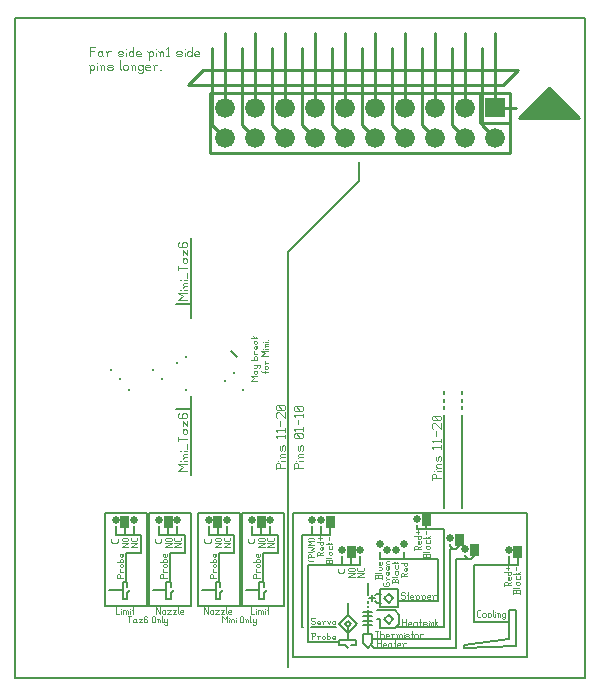
<source format=gbr>
G04 This is an RS-274x file exported by *
G04 gerbv version 2.7.0 *
G04 More information is available about gerbv at *
G04 http://gerbv.geda-project.org/ *
G04 --End of header info--*
%MOIN*%
%FSLAX36Y36*%
%IPPOS*%
G04 --Define apertures--*
%ADD10C,0.0001*%
%ADD11C,0.0100*%
%ADD12C,0.0060*%
%ADD13C,0.0021*%
%ADD14C,0.0026*%
%ADD15C,0.0022*%
%ADD16C,0.0027*%
%ADD17C,0.0030*%
%ADD18C,0.0038*%
%ADD19C,0.0022*%
%ADD20C,0.0021*%
%ADD21C,0.0260*%
%ADD22C,0.0660*%
%ADD23C,0.0380*%
G04 --Start main section--*
G54D10*
G36*
G01X1105000Y0500000D02*
G01X1105000Y0540000D01*
G01X1135000Y0540000D01*
G01X1135000Y0500000D01*
G01X1105000Y0500000D01*
G37*
G36*
G01X1035000Y0600000D02*
G01X1035000Y0640000D01*
G01X1065000Y0640000D01*
G01X1065000Y0600000D01*
G01X1035000Y0600000D01*
G37*
G36*
G01X0495000Y0600000D02*
G01X0495000Y0640000D01*
G01X0525000Y0640000D01*
G01X0525000Y0600000D01*
G01X0495000Y0600000D01*
G37*
G36*
G01X0660000Y0600000D02*
G01X0660000Y0640000D01*
G01X0690000Y0640000D01*
G01X0690000Y0600000D01*
G01X0660000Y0600000D01*
G37*
G36*
G01X0805000Y0600000D02*
G01X0805000Y0640000D01*
G01X0835000Y0640000D01*
G01X0835000Y0600000D01*
G01X0805000Y0600000D01*
G37*
G36*
G01X1660000Y0500000D02*
G01X1660000Y0540000D01*
G01X1690000Y0540000D01*
G01X1690000Y0500000D01*
G01X1660000Y0500000D01*
G37*
G36*
G01X1515000Y0505000D02*
G01X1515000Y0545000D01*
G01X1545000Y0545000D01*
G01X1545000Y0505000D01*
G01X1515000Y0505000D01*
G37*
G36*
G01X1465000Y0540000D02*
G01X1465000Y0580000D01*
G01X1495000Y0580000D01*
G01X1495000Y0540000D01*
G01X1465000Y0540000D01*
G37*
G36*
G01X1355000Y0605000D02*
G01X1355000Y0645000D01*
G01X1385000Y0645000D01*
G01X1385000Y0605000D01*
G01X1355000Y0605000D01*
G37*
G36*
G01X0350000Y0600000D02*
G01X0350000Y0640000D01*
G01X0380000Y0640000D01*
G01X0380000Y0600000D01*
G01X0350000Y0600000D01*
G37*
G36*
G01X1680000Y1965000D02*
G01X1780000Y2065000D01*
G01X1880000Y1965000D01*
G01X1680000Y1965000D01*
G37*
G54D11*
G01X1300000Y1900000D02*
G01X1257500Y1942500D01*
G01X1257500Y1942500D02*
G01X1257500Y2200000D01*
G01X1200000Y2000000D02*
G01X1200000Y2250000D01*
G01X1157500Y1942500D02*
G01X1157500Y2200000D01*
G01X1100000Y2000000D02*
G01X1100000Y2250000D01*
G01X1200000Y1900000D02*
G01X1157500Y1942500D01*
G01X1100000Y1900000D02*
G01X1057500Y1942500D01*
G01X1000000Y1900000D02*
G01X0957500Y1942500D01*
G54D12*
G01X1145000Y1820000D02*
G01X1145000Y1755000D01*
G01X1145000Y1755000D02*
G01X0910000Y1520000D01*
G54D11*
G01X1457500Y1942500D02*
G01X1457500Y2200000D01*
G01X1400000Y2000000D02*
G01X1400000Y2250000D01*
G01X1357500Y1942500D02*
G01X1357500Y2200000D01*
G01X1300000Y2000000D02*
G01X1300000Y2250000D01*
G01X1600000Y2000000D02*
G01X1600000Y2250000D01*
G01X1557500Y1942500D02*
G01X1557500Y2200000D01*
G01X1500000Y2000000D02*
G01X1500000Y2250000D01*
G01X1675000Y2125000D02*
G01X1625000Y2075000D01*
G01X1670000Y2000000D02*
G01X1620000Y2000000D01*
G54D12*
G01X1430000Y0995000D02*
G01X1430000Y1005000D01*
G01X1490000Y0995000D02*
G01X1490000Y1005000D01*
G01X1490000Y1020000D02*
G01X1490000Y1030000D01*
G01X1490000Y1045000D02*
G01X1490000Y1055000D01*
G01X1430000Y1020000D02*
G01X1430000Y1030000D01*
G01X1430000Y0665000D02*
G01X1430000Y0975000D01*
G01X1490000Y0665000D02*
G01X1490000Y0975000D01*
G01X1430000Y1045000D02*
G01X1430000Y1055000D01*
G54D11*
G01X0900000Y1900000D02*
G01X0857500Y1942500D01*
G01X0800000Y1900000D02*
G01X0757500Y1942500D01*
G54D12*
G01X0910000Y1520000D02*
G01X0910000Y0135000D01*
G54D11*
G01X0900000Y2000000D02*
G01X0900000Y2250000D01*
G01X0857500Y1942500D02*
G01X0857500Y2200000D01*
G01X0800000Y2000000D02*
G01X0800000Y2250000D01*
G01X0757500Y1942500D02*
G01X0757500Y2200000D01*
G01X0700000Y2000000D02*
G01X0700000Y2250000D01*
G01X0700000Y1900000D02*
G01X0657500Y1942500D01*
G01X0657500Y1942500D02*
G01X0657500Y2200000D01*
G01X0625000Y2125000D02*
G01X0575000Y2075000D01*
G54D12*
G01X0720000Y1190000D02*
G01X0740000Y1170000D01*
G01X0535000Y1345000D02*
G01X0585000Y1345000D01*
G01X0585000Y0995000D02*
G01X0535000Y0995000D01*
G01X0585000Y0775000D02*
G01X0585000Y1040000D01*
G01X0585000Y1565000D02*
G01X0585000Y1300000D01*
G54D11*
G01X1057500Y1942500D02*
G01X1057500Y2200000D01*
G01X1000000Y2000000D02*
G01X1000000Y2250000D01*
G01X0957500Y1942500D02*
G01X0957500Y2200000D01*
G01X0575000Y2075000D02*
G01X1625000Y2075000D01*
G01X1675000Y2125000D02*
G01X0625000Y2125000D01*
G01X1600000Y1900000D02*
G01X1557500Y1942500D01*
G01X1500000Y1900000D02*
G01X1457500Y1942500D01*
G01X1400000Y1900000D02*
G01X1357500Y1942500D01*
G01X1680000Y1965000D02*
G01X1780000Y2065000D01*
G01X1780000Y2065000D02*
G01X1880000Y1965000D01*
G01X1880000Y1965000D02*
G01X1680000Y1965000D01*
G54D13*
G01X0690000Y0304700D02*
G01X0690000Y0283500D01*
G01X0690000Y0304700D02*
G01X0697950Y0294100D01*
G01X0697950Y0294100D02*
G01X0705900Y0304700D01*
G01X0705900Y0304700D02*
G01X0705900Y0283500D01*
G54D14*
G01X0712260Y0299400D02*
G01X0712260Y0298870D01*
G54D13*
G01X0712260Y0291450D02*
G01X0712260Y0283500D01*
G01X0720210Y0291450D02*
G01X0720210Y0283500D01*
G01X0720210Y0291450D02*
G01X0722860Y0294100D01*
G01X0722860Y0294100D02*
G01X0725510Y0294100D01*
G01X0725510Y0294100D02*
G01X0728160Y0291450D01*
G01X0728160Y0291450D02*
G01X0728160Y0283500D01*
G01X0717560Y0294100D02*
G01X0720210Y0291450D01*
G54D14*
G01X0734520Y0299400D02*
G01X0734520Y0298870D01*
G54D13*
G01X0734520Y0291450D02*
G01X0734520Y0283500D01*
G01X0749360Y0302050D02*
G01X0749360Y0286150D01*
G01X0749360Y0302050D02*
G01X0752010Y0304700D01*
G01X0752010Y0304700D02*
G01X0757310Y0304700D01*
G01X0757310Y0304700D02*
G01X0759960Y0302050D01*
G01X0759960Y0302050D02*
G01X0759960Y0286150D01*
G01X0757310Y0283500D02*
G01X0759960Y0286150D01*
G01X0752010Y0283500D02*
G01X0757310Y0283500D01*
G01X0749360Y0286150D02*
G01X0752010Y0283500D01*
G01X0768970Y0291450D02*
G01X0768970Y0283500D01*
G01X0768970Y0291450D02*
G01X0771620Y0294100D01*
G01X0771620Y0294100D02*
G01X0774270Y0294100D01*
G01X0774270Y0294100D02*
G01X0776920Y0291450D01*
G01X0776920Y0291450D02*
G01X0776920Y0283500D01*
G01X0766320Y0294100D02*
G01X0768970Y0291450D01*
G01X0783280Y0304700D02*
G01X0783280Y0286150D01*
G01X0783280Y0286150D02*
G01X0785930Y0283500D01*
G01X0791230Y0294100D02*
G01X0791230Y0286150D01*
G01X0791230Y0286150D02*
G01X0793880Y0283500D01*
G01X0801830Y0294100D02*
G01X0801830Y0278200D01*
G01X0799180Y0275550D02*
G01X0801830Y0278200D01*
G01X0793880Y0275550D02*
G01X0799180Y0275550D01*
G01X0791230Y0278200D02*
G01X0793880Y0275550D01*
G01X0793880Y0283500D02*
G01X0799180Y0283500D01*
G01X0799180Y0283500D02*
G01X0801830Y0286150D01*
G54D15*
G01X0785000Y0334600D02*
G01X0785000Y0313000D01*
G01X0785000Y0313000D02*
G01X0795800Y0313000D01*
G54D16*
G01X0802280Y0329200D02*
G01X0802280Y0328660D01*
G54D15*
G01X0802280Y0321100D02*
G01X0802280Y0313000D01*
G01X0810380Y0321100D02*
G01X0810380Y0313000D01*
G01X0810380Y0321100D02*
G01X0813080Y0323800D01*
G01X0813080Y0323800D02*
G01X0815780Y0323800D01*
G01X0815780Y0323800D02*
G01X0818480Y0321100D01*
G01X0818480Y0321100D02*
G01X0818480Y0313000D01*
G01X0818480Y0321100D02*
G01X0821180Y0323800D01*
G01X0821180Y0323800D02*
G01X0823880Y0323800D01*
G01X0823880Y0323800D02*
G01X0826580Y0321100D01*
G01X0826580Y0321100D02*
G01X0826580Y0313000D01*
G01X0807680Y0323800D02*
G01X0810380Y0321100D01*
G54D16*
G01X0833060Y0329200D02*
G01X0833060Y0328660D01*
G54D15*
G01X0833060Y0321100D02*
G01X0833060Y0313000D01*
G01X0841160Y0334600D02*
G01X0841160Y0315700D01*
G01X0841160Y0315700D02*
G01X0843860Y0313000D01*
G01X0838460Y0326500D02*
G01X0843860Y0326500D01*
G01X0630000Y0334600D02*
G01X0630000Y0313000D01*
G01X0630000Y0334600D02*
G01X0643500Y0313000D01*
G01X0643500Y0334600D02*
G01X0643500Y0313000D01*
G01X0649980Y0321100D02*
G01X0649980Y0315700D01*
G01X0649980Y0321100D02*
G01X0652680Y0323800D01*
G01X0652680Y0323800D02*
G01X0658080Y0323800D01*
G01X0658080Y0323800D02*
G01X0660780Y0321100D01*
G01X0660780Y0321100D02*
G01X0660780Y0315700D01*
G01X0658080Y0313000D02*
G01X0660780Y0315700D01*
G01X0652680Y0313000D02*
G01X0658080Y0313000D01*
G01X0649980Y0315700D02*
G01X0652680Y0313000D01*
G01X0667260Y0323800D02*
G01X0678060Y0323800D01*
G01X0667260Y0313000D02*
G01X0678060Y0323800D01*
G01X0667260Y0313000D02*
G01X0678060Y0313000D01*
G01X0684540Y0323800D02*
G01X0695340Y0323800D01*
G01X0684540Y0313000D02*
G01X0695340Y0323800D01*
G01X0684540Y0313000D02*
G01X0695340Y0313000D01*
G01X0701820Y0334600D02*
G01X0701820Y0315700D01*
G01X0701820Y0315700D02*
G01X0704520Y0313000D01*
G01X0712620Y0313000D02*
G01X0720720Y0313000D01*
G01X0709920Y0315700D02*
G01X0712620Y0313000D01*
G01X0709920Y0321100D02*
G01X0709920Y0315700D01*
G01X0709920Y0321100D02*
G01X0712620Y0323800D01*
G01X0712620Y0323800D02*
G01X0718020Y0323800D01*
G01X0718020Y0323800D02*
G01X0720720Y0321100D01*
G01X0709920Y0318400D02*
G01X0720720Y0318400D01*
G01X0720720Y0321100D02*
G01X0720720Y0318400D01*
G54D13*
G01X0375000Y0304700D02*
G01X0385600Y0304700D01*
G01X0380300Y0304700D02*
G01X0380300Y0283500D01*
G01X0399910Y0294100D02*
G01X0402560Y0291450D01*
G01X0394610Y0294100D02*
G01X0399910Y0294100D01*
G01X0391960Y0291450D02*
G01X0394610Y0294100D01*
G01X0391960Y0291450D02*
G01X0391960Y0286150D01*
G01X0391960Y0286150D02*
G01X0394610Y0283500D01*
G01X0402560Y0294100D02*
G01X0402560Y0286150D01*
G01X0402560Y0286150D02*
G01X0405210Y0283500D01*
G01X0394610Y0283500D02*
G01X0399910Y0283500D01*
G01X0399910Y0283500D02*
G01X0402560Y0286150D01*
G01X0411570Y0294100D02*
G01X0422170Y0294100D01*
G01X0411570Y0283500D02*
G01X0422170Y0294100D01*
G01X0411570Y0283500D02*
G01X0422170Y0283500D01*
G01X0436480Y0304700D02*
G01X0439130Y0302050D01*
G01X0431180Y0304700D02*
G01X0436480Y0304700D01*
G01X0428530Y0302050D02*
G01X0431180Y0304700D01*
G01X0428530Y0302050D02*
G01X0428530Y0286150D01*
G01X0428530Y0286150D02*
G01X0431180Y0283500D01*
G01X0436480Y0295160D02*
G01X0439130Y0292510D01*
G01X0428530Y0295160D02*
G01X0436480Y0295160D01*
G01X0431180Y0283500D02*
G01X0436480Y0283500D01*
G01X0436480Y0283500D02*
G01X0439130Y0286150D01*
G01X0439130Y0292510D02*
G01X0439130Y0286150D01*
G01X0455030Y0302050D02*
G01X0455030Y0286150D01*
G01X0455030Y0302050D02*
G01X0457680Y0304700D01*
G01X0457680Y0304700D02*
G01X0462980Y0304700D01*
G01X0462980Y0304700D02*
G01X0465630Y0302050D01*
G01X0465630Y0302050D02*
G01X0465630Y0286150D01*
G01X0462980Y0283500D02*
G01X0465630Y0286150D01*
G01X0457680Y0283500D02*
G01X0462980Y0283500D01*
G01X0455030Y0286150D02*
G01X0457680Y0283500D01*
G01X0474640Y0291450D02*
G01X0474640Y0283500D01*
G01X0474640Y0291450D02*
G01X0477290Y0294100D01*
G01X0477290Y0294100D02*
G01X0479940Y0294100D01*
G01X0479940Y0294100D02*
G01X0482590Y0291450D01*
G01X0482590Y0291450D02*
G01X0482590Y0283500D01*
G01X0471990Y0294100D02*
G01X0474640Y0291450D01*
G01X0488950Y0304700D02*
G01X0488950Y0286150D01*
G01X0488950Y0286150D02*
G01X0491600Y0283500D01*
G01X0496900Y0294100D02*
G01X0496900Y0286150D01*
G01X0496900Y0286150D02*
G01X0499550Y0283500D01*
G01X0507500Y0294100D02*
G01X0507500Y0278200D01*
G01X0504850Y0275550D02*
G01X0507500Y0278200D01*
G01X0499550Y0275550D02*
G01X0504850Y0275550D01*
G01X0496900Y0278200D02*
G01X0499550Y0275550D01*
G01X0499550Y0283500D02*
G01X0504850Y0283500D01*
G01X0504850Y0283500D02*
G01X0507500Y0286150D01*
G54D15*
G01X0335000Y0334600D02*
G01X0335000Y0313000D01*
G01X0335000Y0313000D02*
G01X0345800Y0313000D01*
G54D16*
G01X0352280Y0329200D02*
G01X0352280Y0328660D01*
G54D15*
G01X0352280Y0321100D02*
G01X0352280Y0313000D01*
G01X0360380Y0321100D02*
G01X0360380Y0313000D01*
G01X0360380Y0321100D02*
G01X0363080Y0323800D01*
G01X0363080Y0323800D02*
G01X0365780Y0323800D01*
G01X0365780Y0323800D02*
G01X0368480Y0321100D01*
G01X0368480Y0321100D02*
G01X0368480Y0313000D01*
G01X0368480Y0321100D02*
G01X0371180Y0323800D01*
G01X0371180Y0323800D02*
G01X0373880Y0323800D01*
G01X0373880Y0323800D02*
G01X0376580Y0321100D01*
G01X0376580Y0321100D02*
G01X0376580Y0313000D01*
G01X0357680Y0323800D02*
G01X0360380Y0321100D01*
G54D16*
G01X0383060Y0329200D02*
G01X0383060Y0328660D01*
G54D15*
G01X0383060Y0321100D02*
G01X0383060Y0313000D01*
G01X0391160Y0334600D02*
G01X0391160Y0315700D01*
G01X0391160Y0315700D02*
G01X0393860Y0313000D01*
G01X0388460Y0326500D02*
G01X0393860Y0326500D01*
G01X0470000Y0334600D02*
G01X0470000Y0313000D01*
G01X0470000Y0334600D02*
G01X0483500Y0313000D01*
G01X0483500Y0334600D02*
G01X0483500Y0313000D01*
G01X0489980Y0321100D02*
G01X0489980Y0315700D01*
G01X0489980Y0321100D02*
G01X0492680Y0323800D01*
G01X0492680Y0323800D02*
G01X0498080Y0323800D01*
G01X0498080Y0323800D02*
G01X0500780Y0321100D01*
G01X0500780Y0321100D02*
G01X0500780Y0315700D01*
G01X0498080Y0313000D02*
G01X0500780Y0315700D01*
G01X0492680Y0313000D02*
G01X0498080Y0313000D01*
G01X0489980Y0315700D02*
G01X0492680Y0313000D01*
G01X0507260Y0323800D02*
G01X0518060Y0323800D01*
G01X0507260Y0313000D02*
G01X0518060Y0323800D01*
G01X0507260Y0313000D02*
G01X0518060Y0313000D01*
G01X0524540Y0323800D02*
G01X0535340Y0323800D01*
G01X0524540Y0313000D02*
G01X0535340Y0323800D01*
G01X0524540Y0313000D02*
G01X0535340Y0313000D01*
G01X0541820Y0334600D02*
G01X0541820Y0315700D01*
G01X0541820Y0315700D02*
G01X0544520Y0313000D01*
G01X0552620Y0313000D02*
G01X0560720Y0313000D01*
G01X0549920Y0315700D02*
G01X0552620Y0313000D01*
G01X0549920Y0321100D02*
G01X0549920Y0315700D01*
G01X0549920Y0321100D02*
G01X0552620Y0323800D01*
G01X0552620Y0323800D02*
G01X0558020Y0323800D01*
G01X0558020Y0323800D02*
G01X0560720Y0321100D01*
G01X0549920Y0318400D02*
G01X0560720Y0318400D01*
G01X0560720Y0321100D02*
G01X0560720Y0318400D01*
G54D17*
G01X0248850Y2138050D02*
G01X0248850Y2114950D01*
G01X0245000Y2141900D02*
G01X0248850Y2138050D01*
G01X0248850Y2138050D02*
G01X0252700Y2141900D01*
G01X0252700Y2141900D02*
G01X0260400Y2141900D01*
G01X0260400Y2141900D02*
G01X0264250Y2138050D01*
G01X0264250Y2138050D02*
G01X0264250Y2130350D01*
G01X0260400Y2126500D02*
G01X0264250Y2130350D01*
G01X0252700Y2126500D02*
G01X0260400Y2126500D01*
G01X0248850Y2130350D02*
G01X0252700Y2126500D01*
G54D18*
G01X0273490Y2149600D02*
G01X0273490Y2148830D01*
G54D17*
G01X0273490Y2138050D02*
G01X0273490Y2126500D01*
G01X0285040Y2138050D02*
G01X0285040Y2126500D01*
G01X0285040Y2138050D02*
G01X0288890Y2141900D01*
G01X0288890Y2141900D02*
G01X0292740Y2141900D01*
G01X0292740Y2141900D02*
G01X0296590Y2138050D01*
G01X0296590Y2138050D02*
G01X0296590Y2126500D01*
G01X0281190Y2141900D02*
G01X0285040Y2138050D01*
G01X0309680Y2126500D02*
G01X0321230Y2126500D01*
G01X0321230Y2126500D02*
G01X0325080Y2130350D01*
G01X0321230Y2134200D02*
G01X0325080Y2130350D01*
G01X0309680Y2134200D02*
G01X0321230Y2134200D01*
G01X0305830Y2138050D02*
G01X0309680Y2134200D01*
G01X0305830Y2138050D02*
G01X0309680Y2141900D01*
G01X0309680Y2141900D02*
G01X0321230Y2141900D01*
G01X0321230Y2141900D02*
G01X0325080Y2138050D01*
G01X0305830Y2130350D02*
G01X0309680Y2126500D01*
G01X0348180Y2157300D02*
G01X0348180Y2130350D01*
G01X0348180Y2130350D02*
G01X0352030Y2126500D01*
G01X0359730Y2138050D02*
G01X0359730Y2130350D01*
G01X0359730Y2138050D02*
G01X0363580Y2141900D01*
G01X0363580Y2141900D02*
G01X0371280Y2141900D01*
G01X0371280Y2141900D02*
G01X0375130Y2138050D01*
G01X0375130Y2138050D02*
G01X0375130Y2130350D01*
G01X0371280Y2126500D02*
G01X0375130Y2130350D01*
G01X0363580Y2126500D02*
G01X0371280Y2126500D01*
G01X0359730Y2130350D02*
G01X0363580Y2126500D01*
G01X0388220Y2138050D02*
G01X0388220Y2126500D01*
G01X0388220Y2138050D02*
G01X0392070Y2141900D01*
G01X0392070Y2141900D02*
G01X0395920Y2141900D01*
G01X0395920Y2141900D02*
G01X0399770Y2138050D01*
G01X0399770Y2138050D02*
G01X0399770Y2126500D01*
G01X0384370Y2141900D02*
G01X0388220Y2138050D01*
G01X0420560Y2141900D02*
G01X0424410Y2138050D01*
G01X0412860Y2141900D02*
G01X0420560Y2141900D01*
G01X0409010Y2138050D02*
G01X0412860Y2141900D01*
G01X0409010Y2138050D02*
G01X0409010Y2130350D01*
G01X0409010Y2130350D02*
G01X0412860Y2126500D01*
G01X0412860Y2126500D02*
G01X0420560Y2126500D01*
G01X0420560Y2126500D02*
G01X0424410Y2130350D01*
G01X0409010Y2118800D02*
G01X0412860Y2114950D01*
G01X0412860Y2114950D02*
G01X0420560Y2114950D01*
G01X0420560Y2114950D02*
G01X0424410Y2118800D01*
G01X0424410Y2141900D02*
G01X0424410Y2118800D01*
G01X0437500Y2126500D02*
G01X0449050Y2126500D01*
G01X0433650Y2130350D02*
G01X0437500Y2126500D01*
G01X0433650Y2138050D02*
G01X0433650Y2130350D01*
G01X0433650Y2138050D02*
G01X0437500Y2141900D01*
G01X0437500Y2141900D02*
G01X0445200Y2141900D01*
G01X0445200Y2141900D02*
G01X0449050Y2138050D01*
G01X0433650Y2134200D02*
G01X0449050Y2134200D01*
G01X0449050Y2138050D02*
G01X0449050Y2134200D01*
G01X0462140Y2138050D02*
G01X0462140Y2126500D01*
G01X0462140Y2138050D02*
G01X0465990Y2141900D01*
G01X0465990Y2141900D02*
G01X0473690Y2141900D01*
G01X0458290Y2141900D02*
G01X0462140Y2138050D01*
G01X0482930Y2126500D02*
G01X0486780Y2126500D01*
G01X0250000Y2202300D02*
G01X0250000Y2171500D01*
G01X0250000Y2202300D02*
G01X0265400Y2202300D01*
G01X0250000Y2188440D02*
G01X0261550Y2188440D01*
G01X0286190Y2186900D02*
G01X0290040Y2183050D01*
G01X0278490Y2186900D02*
G01X0286190Y2186900D01*
G01X0274640Y2183050D02*
G01X0278490Y2186900D01*
G01X0274640Y2183050D02*
G01X0274640Y2175350D01*
G01X0274640Y2175350D02*
G01X0278490Y2171500D01*
G01X0290040Y2186900D02*
G01X0290040Y2175350D01*
G01X0290040Y2175350D02*
G01X0293890Y2171500D01*
G01X0278490Y2171500D02*
G01X0286190Y2171500D01*
G01X0286190Y2171500D02*
G01X0290040Y2175350D01*
G01X0306980Y2183050D02*
G01X0306980Y2171500D01*
G01X0306980Y2183050D02*
G01X0310830Y2186900D01*
G01X0310830Y2186900D02*
G01X0318530Y2186900D01*
G01X0303130Y2186900D02*
G01X0306980Y2183050D01*
G01X0345480Y2171500D02*
G01X0357030Y2171500D01*
G01X0357030Y2171500D02*
G01X0360880Y2175350D01*
G01X0357030Y2179200D02*
G01X0360880Y2175350D01*
G01X0345480Y2179200D02*
G01X0357030Y2179200D01*
G01X0341630Y2183050D02*
G01X0345480Y2179200D01*
G01X0341630Y2183050D02*
G01X0345480Y2186900D01*
G01X0345480Y2186900D02*
G01X0357030Y2186900D01*
G01X0357030Y2186900D02*
G01X0360880Y2183050D01*
G01X0341630Y2175350D02*
G01X0345480Y2171500D01*
G54D18*
G01X0370120Y2194600D02*
G01X0370120Y2193830D01*
G54D17*
G01X0370120Y2183050D02*
G01X0370120Y2171500D01*
G01X0393220Y2202300D02*
G01X0393220Y2171500D01*
G01X0389370Y2171500D02*
G01X0393220Y2175350D01*
G01X0381670Y2171500D02*
G01X0389370Y2171500D01*
G01X0377820Y2175350D02*
G01X0381670Y2171500D01*
G01X0377820Y2183050D02*
G01X0377820Y2175350D01*
G01X0377820Y2183050D02*
G01X0381670Y2186900D01*
G01X0381670Y2186900D02*
G01X0389370Y2186900D01*
G01X0389370Y2186900D02*
G01X0393220Y2183050D01*
G01X0406310Y2171500D02*
G01X0417860Y2171500D01*
G01X0402460Y2175350D02*
G01X0406310Y2171500D01*
G01X0402460Y2183050D02*
G01X0402460Y2175350D01*
G01X0402460Y2183050D02*
G01X0406310Y2186900D01*
G01X0406310Y2186900D02*
G01X0414010Y2186900D01*
G01X0414010Y2186900D02*
G01X0417860Y2183050D01*
G01X0402460Y2179200D02*
G01X0417860Y2179200D01*
G01X0417860Y2183050D02*
G01X0417860Y2179200D01*
G01X0444810Y2183050D02*
G01X0444810Y2159950D01*
G01X0440960Y2186900D02*
G01X0444810Y2183050D01*
G01X0444810Y2183050D02*
G01X0448660Y2186900D01*
G01X0448660Y2186900D02*
G01X0456360Y2186900D01*
G01X0456360Y2186900D02*
G01X0460210Y2183050D01*
G01X0460210Y2183050D02*
G01X0460210Y2175350D01*
G01X0456360Y2171500D02*
G01X0460210Y2175350D01*
G01X0448660Y2171500D02*
G01X0456360Y2171500D01*
G01X0444810Y2175350D02*
G01X0448660Y2171500D01*
G54D18*
G01X0469450Y2194600D02*
G01X0469450Y2193830D01*
G54D17*
G01X0469450Y2183050D02*
G01X0469450Y2171500D01*
G01X0481000Y2183050D02*
G01X0481000Y2171500D01*
G01X0481000Y2183050D02*
G01X0484850Y2186900D01*
G01X0484850Y2186900D02*
G01X0488700Y2186900D01*
G01X0488700Y2186900D02*
G01X0492550Y2183050D01*
G01X0492550Y2183050D02*
G01X0492550Y2171500D01*
G01X0477150Y2186900D02*
G01X0481000Y2183050D01*
G01X0501790Y2196140D02*
G01X0507950Y2202300D01*
G01X0507950Y2202300D02*
G01X0507950Y2171500D01*
G01X0501790Y2171500D02*
G01X0513340Y2171500D01*
G01X0540290Y2171500D02*
G01X0551840Y2171500D01*
G01X0551840Y2171500D02*
G01X0555690Y2175350D01*
G01X0551840Y2179200D02*
G01X0555690Y2175350D01*
G01X0540290Y2179200D02*
G01X0551840Y2179200D01*
G01X0536440Y2183050D02*
G01X0540290Y2179200D01*
G01X0536440Y2183050D02*
G01X0540290Y2186900D01*
G01X0540290Y2186900D02*
G01X0551840Y2186900D01*
G01X0551840Y2186900D02*
G01X0555690Y2183050D01*
G01X0536440Y2175350D02*
G01X0540290Y2171500D01*
G54D18*
G01X0564930Y2194600D02*
G01X0564930Y2193830D01*
G54D17*
G01X0564930Y2183050D02*
G01X0564930Y2171500D01*
G01X0588030Y2202300D02*
G01X0588030Y2171500D01*
G01X0584180Y2171500D02*
G01X0588030Y2175350D01*
G01X0576480Y2171500D02*
G01X0584180Y2171500D01*
G01X0572630Y2175350D02*
G01X0576480Y2171500D01*
G01X0572630Y2183050D02*
G01X0572630Y2175350D01*
G01X0572630Y2183050D02*
G01X0576480Y2186900D01*
G01X0576480Y2186900D02*
G01X0584180Y2186900D01*
G01X0584180Y2186900D02*
G01X0588030Y2183050D01*
G01X0601120Y2171500D02*
G01X0612670Y2171500D01*
G01X0597270Y2175350D02*
G01X0601120Y2171500D01*
G01X0597270Y2183050D02*
G01X0597270Y2175350D01*
G01X0597270Y2183050D02*
G01X0601120Y2186900D01*
G01X0601120Y2186900D02*
G01X0608820Y2186900D01*
G01X0608820Y2186900D02*
G01X0612670Y2183050D01*
G01X0597270Y2179200D02*
G01X0612670Y2179200D01*
G01X0612670Y2183050D02*
G01X0612670Y2179200D01*
G01X0542700Y1360000D02*
G01X0573500Y1360000D01*
G01X0542700Y1360000D02*
G01X0558100Y1371550D01*
G01X0558100Y1371550D02*
G01X0542700Y1383100D01*
G01X0542700Y1383100D02*
G01X0573500Y1383100D01*
G54D18*
G01X0550400Y1392340D02*
G01X0551170Y1392340D01*
G54D17*
G01X0561950Y1392340D02*
G01X0573500Y1392340D01*
G01X0561950Y1403890D02*
G01X0573500Y1403890D01*
G01X0561950Y1403890D02*
G01X0558100Y1407740D01*
G01X0558100Y1411590D02*
G01X0558100Y1407740D01*
G01X0558100Y1411590D02*
G01X0561950Y1415440D01*
G01X0561950Y1415440D02*
G01X0573500Y1415440D01*
G01X0558100Y1400040D02*
G01X0561950Y1403890D01*
G54D18*
G01X0550400Y1424680D02*
G01X0551170Y1424680D01*
G54D17*
G01X0561950Y1424680D02*
G01X0573500Y1424680D01*
G01X0573500Y1447780D02*
G01X0573500Y1432380D01*
G01X0542700Y1472420D02*
G01X0542700Y1457020D01*
G01X0542700Y1464720D02*
G01X0573500Y1464720D01*
G01X0558100Y1493210D02*
G01X0561950Y1497060D01*
G01X0558100Y1493210D02*
G01X0558100Y1485510D01*
G01X0561950Y1481660D02*
G01X0558100Y1485510D01*
G01X0561950Y1481660D02*
G01X0569650Y1481660D01*
G01X0569650Y1481660D02*
G01X0573500Y1485510D01*
G01X0558100Y1497060D02*
G01X0569650Y1497060D01*
G01X0569650Y1497060D02*
G01X0573500Y1500910D01*
G01X0573500Y1493210D02*
G01X0573500Y1485510D01*
G01X0573500Y1493210D02*
G01X0569650Y1497060D01*
G01X0558100Y1525550D02*
G01X0558100Y1510150D01*
G01X0573500Y1510150D02*
G01X0558100Y1525550D01*
G01X0573500Y1525550D02*
G01X0573500Y1510150D01*
G01X0542700Y1546340D02*
G01X0546550Y1550190D01*
G01X0542700Y1546340D02*
G01X0542700Y1538640D01*
G01X0546550Y1534790D02*
G01X0542700Y1538640D01*
G01X0546550Y1534790D02*
G01X0569650Y1534790D01*
G01X0569650Y1534790D02*
G01X0573500Y1538640D01*
G01X0556560Y1546340D02*
G01X0560410Y1550190D01*
G01X0556560Y1546340D02*
G01X0556560Y1534790D01*
G01X0573500Y1546340D02*
G01X0573500Y1538640D01*
G01X0573500Y1546340D02*
G01X0569650Y1550190D01*
G01X0560410Y1550190D02*
G01X0569650Y1550190D01*
G01X0542700Y0790000D02*
G01X0573500Y0790000D01*
G01X0542700Y0790000D02*
G01X0558100Y0801550D01*
G01X0558100Y0801550D02*
G01X0542700Y0813100D01*
G01X0542700Y0813100D02*
G01X0573500Y0813100D01*
G54D18*
G01X0550400Y0822340D02*
G01X0551170Y0822340D01*
G54D17*
G01X0561950Y0822340D02*
G01X0573500Y0822340D01*
G01X0561950Y0833890D02*
G01X0573500Y0833890D01*
G01X0561950Y0833890D02*
G01X0558100Y0837740D01*
G01X0558100Y0841590D02*
G01X0558100Y0837740D01*
G01X0558100Y0841590D02*
G01X0561950Y0845440D01*
G01X0561950Y0845440D02*
G01X0573500Y0845440D01*
G01X0558100Y0830040D02*
G01X0561950Y0833890D01*
G54D18*
G01X0550400Y0854680D02*
G01X0551170Y0854680D01*
G54D17*
G01X0561950Y0854680D02*
G01X0573500Y0854680D01*
G01X0573500Y0877780D02*
G01X0573500Y0862380D01*
G01X0542700Y0902420D02*
G01X0542700Y0887020D01*
G01X0542700Y0894720D02*
G01X0573500Y0894720D01*
G01X0558100Y0923210D02*
G01X0561950Y0927060D01*
G01X0558100Y0923210D02*
G01X0558100Y0915510D01*
G01X0561950Y0911660D02*
G01X0558100Y0915510D01*
G01X0561950Y0911660D02*
G01X0569650Y0911660D01*
G01X0569650Y0911660D02*
G01X0573500Y0915510D01*
G01X0558100Y0927060D02*
G01X0569650Y0927060D01*
G01X0569650Y0927060D02*
G01X0573500Y0930910D01*
G01X0573500Y0923210D02*
G01X0573500Y0915510D01*
G01X0573500Y0923210D02*
G01X0569650Y0927060D01*
G01X0558100Y0955550D02*
G01X0558100Y0940150D01*
G01X0573500Y0940150D02*
G01X0558100Y0955550D01*
G01X0573500Y0955550D02*
G01X0573500Y0940150D01*
G01X0542700Y0976340D02*
G01X0546550Y0980190D01*
G01X0542700Y0976340D02*
G01X0542700Y0968640D01*
G01X0546550Y0964790D02*
G01X0542700Y0968640D01*
G01X0546550Y0964790D02*
G01X0569650Y0964790D01*
G01X0569650Y0964790D02*
G01X0573500Y0968640D01*
G01X0556560Y0976340D02*
G01X0560410Y0980190D01*
G01X0556560Y0976340D02*
G01X0556560Y0964790D01*
G01X0573500Y0976340D02*
G01X0573500Y0968640D01*
G01X0573500Y0976340D02*
G01X0569650Y0980190D01*
G01X0560410Y0980190D02*
G01X0569650Y0980190D01*
G01X1387700Y0763850D02*
G01X1418500Y0763850D01*
G01X1387700Y0775400D02*
G01X1387700Y0760000D01*
G01X1387700Y0775400D02*
G01X1391550Y0779250D01*
G01X1391550Y0779250D02*
G01X1399250Y0779250D01*
G01X1403100Y0775400D02*
G01X1399250Y0779250D01*
G01X1403100Y0775400D02*
G01X1403100Y0763850D01*
G54D18*
G01X1395400Y0788490D02*
G01X1396170Y0788490D01*
G54D17*
G01X1406950Y0788490D02*
G01X1418500Y0788490D01*
G01X1406950Y0800040D02*
G01X1418500Y0800040D01*
G01X1406950Y0800040D02*
G01X1403100Y0803890D01*
G01X1403100Y0807740D02*
G01X1403100Y0803890D01*
G01X1403100Y0807740D02*
G01X1406950Y0811590D01*
G01X1406950Y0811590D02*
G01X1418500Y0811590D01*
G01X1403100Y0796190D02*
G01X1406950Y0800040D01*
G01X1418500Y0836230D02*
G01X1418500Y0824680D01*
G01X1418500Y0836230D02*
G01X1414650Y0840080D01*
G01X1410800Y0836230D02*
G01X1414650Y0840080D01*
G01X1410800Y0836230D02*
G01X1410800Y0824680D01*
G01X1406950Y0820830D02*
G01X1410800Y0824680D01*
G01X1406950Y0820830D02*
G01X1403100Y0824680D01*
G01X1403100Y0836230D02*
G01X1403100Y0824680D01*
G01X1403100Y0836230D02*
G01X1406950Y0840080D01*
G01X1414650Y0820830D02*
G01X1418500Y0824680D01*
G01X1393860Y0863180D02*
G01X1387700Y0869340D01*
G01X1387700Y0869340D02*
G01X1418500Y0869340D01*
G01X1418500Y0874730D02*
G01X1418500Y0863180D01*
G01X1393860Y0883970D02*
G01X1387700Y0890130D01*
G01X1387700Y0890130D02*
G01X1418500Y0890130D01*
G01X1418500Y0895520D02*
G01X1418500Y0883970D01*
G01X1403100Y0920160D02*
G01X1403100Y0904760D01*
G01X1391550Y0929400D02*
G01X1387700Y0933250D01*
G01X1387700Y0944800D02*
G01X1387700Y0933250D01*
G01X1387700Y0944800D02*
G01X1391550Y0948650D01*
G01X1391550Y0948650D02*
G01X1399250Y0948650D01*
G01X1418500Y0929400D02*
G01X1399250Y0948650D01*
G01X1418500Y0948650D02*
G01X1418500Y0929400D01*
G01X1414650Y0957890D02*
G01X1418500Y0961740D01*
G01X1391550Y0957890D02*
G01X1414650Y0957890D01*
G01X1391550Y0957890D02*
G01X1387700Y0961740D01*
G01X1387700Y0969440D02*
G01X1387700Y0961740D01*
G01X1387700Y0969440D02*
G01X1391550Y0973290D01*
G01X1391550Y0973290D02*
G01X1414650Y0973290D01*
G01X1418500Y0969440D02*
G01X1414650Y0973290D01*
G01X1418500Y0969440D02*
G01X1418500Y0961740D01*
G01X1410800Y0957890D02*
G01X1395400Y0973290D01*
G01X0927700Y0798850D02*
G01X0958500Y0798850D01*
G01X0927700Y0810400D02*
G01X0927700Y0795000D01*
G01X0927700Y0810400D02*
G01X0931550Y0814250D01*
G01X0931550Y0814250D02*
G01X0939250Y0814250D01*
G01X0943100Y0810400D02*
G01X0939250Y0814250D01*
G01X0943100Y0810400D02*
G01X0943100Y0798850D01*
G54D18*
G01X0935400Y0823490D02*
G01X0936170Y0823490D01*
G54D17*
G01X0946950Y0823490D02*
G01X0958500Y0823490D01*
G01X0946950Y0835040D02*
G01X0958500Y0835040D01*
G01X0946950Y0835040D02*
G01X0943100Y0838890D01*
G01X0943100Y0842740D02*
G01X0943100Y0838890D01*
G01X0943100Y0842740D02*
G01X0946950Y0846590D01*
G01X0946950Y0846590D02*
G01X0958500Y0846590D01*
G01X0943100Y0831190D02*
G01X0946950Y0835040D01*
G01X0958500Y0871230D02*
G01X0958500Y0859680D01*
G01X0958500Y0871230D02*
G01X0954650Y0875080D01*
G01X0950800Y0871230D02*
G01X0954650Y0875080D01*
G01X0950800Y0871230D02*
G01X0950800Y0859680D01*
G01X0946950Y0855830D02*
G01X0950800Y0859680D01*
G01X0946950Y0855830D02*
G01X0943100Y0859680D01*
G01X0943100Y0871230D02*
G01X0943100Y0859680D01*
G01X0943100Y0871230D02*
G01X0946950Y0875080D01*
G01X0954650Y0855830D02*
G01X0958500Y0859680D01*
G01X0954650Y0898180D02*
G01X0958500Y0902030D01*
G01X0931550Y0898180D02*
G01X0954650Y0898180D01*
G01X0931550Y0898180D02*
G01X0927700Y0902030D01*
G01X0927700Y0909730D02*
G01X0927700Y0902030D01*
G01X0927700Y0909730D02*
G01X0931550Y0913580D01*
G01X0931550Y0913580D02*
G01X0954650Y0913580D01*
G01X0958500Y0909730D02*
G01X0954650Y0913580D01*
G01X0958500Y0909730D02*
G01X0958500Y0902030D01*
G01X0950800Y0898180D02*
G01X0935400Y0913580D01*
G01X0933860Y0922820D02*
G01X0927700Y0928980D01*
G01X0927700Y0928980D02*
G01X0958500Y0928980D01*
G01X0958500Y0934370D02*
G01X0958500Y0922820D01*
G01X0943100Y0959010D02*
G01X0943100Y0943610D01*
G01X0933860Y0968250D02*
G01X0927700Y0974410D01*
G01X0927700Y0974410D02*
G01X0958500Y0974410D01*
G01X0958500Y0979800D02*
G01X0958500Y0968250D01*
G01X0954650Y0989040D02*
G01X0958500Y0992890D01*
G01X0931550Y0989040D02*
G01X0954650Y0989040D01*
G01X0931550Y0989040D02*
G01X0927700Y0992890D01*
G01X0927700Y1000590D02*
G01X0927700Y0992890D01*
G01X0927700Y1000590D02*
G01X0931550Y1004440D01*
G01X0931550Y1004440D02*
G01X0954650Y1004440D01*
G01X0958500Y1000590D02*
G01X0954650Y1004440D01*
G01X0958500Y1000590D02*
G01X0958500Y0992890D01*
G01X0950800Y0989040D02*
G01X0935400Y1004440D01*
G54D15*
G01X0785400Y1090000D02*
G01X0807000Y1090000D01*
G01X0785400Y1090000D02*
G01X0796200Y1098100D01*
G01X0796200Y1098100D02*
G01X0785400Y1106200D01*
G01X0785400Y1106200D02*
G01X0807000Y1106200D01*
G01X0796200Y1120780D02*
G01X0798900Y1123480D01*
G01X0796200Y1120780D02*
G01X0796200Y1115380D01*
G01X0798900Y1112680D02*
G01X0796200Y1115380D01*
G01X0798900Y1112680D02*
G01X0804300Y1112680D01*
G01X0804300Y1112680D02*
G01X0807000Y1115380D01*
G01X0796200Y1123480D02*
G01X0804300Y1123480D01*
G01X0804300Y1123480D02*
G01X0807000Y1126180D01*
G01X0807000Y1120780D02*
G01X0807000Y1115380D01*
G01X0807000Y1120780D02*
G01X0804300Y1123480D01*
G01X0796200Y1132660D02*
G01X0804300Y1132660D01*
G01X0804300Y1132660D02*
G01X0807000Y1135360D01*
G01X0796200Y1143460D02*
G01X0812400Y1143460D01*
G01X0815100Y1140760D02*
G01X0812400Y1143460D01*
G01X0815100Y1140760D02*
G01X0815100Y1135360D01*
G01X0812400Y1132660D02*
G01X0815100Y1135360D01*
G01X0807000Y1140760D02*
G01X0807000Y1135360D01*
G01X0807000Y1140760D02*
G01X0804300Y1143460D01*
G01X0785400Y1159660D02*
G01X0807000Y1159660D01*
G01X0804300Y1159660D02*
G01X0807000Y1162360D01*
G01X0807000Y1167760D02*
G01X0807000Y1162360D01*
G01X0807000Y1167760D02*
G01X0804300Y1170460D01*
G01X0798900Y1170460D02*
G01X0804300Y1170460D01*
G01X0796200Y1167760D02*
G01X0798900Y1170460D01*
G01X0796200Y1167760D02*
G01X0796200Y1162360D01*
G01X0798900Y1159660D02*
G01X0796200Y1162360D01*
G01X0798900Y1179640D02*
G01X0807000Y1179640D01*
G01X0798900Y1179640D02*
G01X0796200Y1182340D01*
G01X0796200Y1187740D02*
G01X0796200Y1182340D01*
G01X0796200Y1176940D02*
G01X0798900Y1179640D01*
G01X0807000Y1205020D02*
G01X0807000Y1196920D01*
G01X0804300Y1194220D02*
G01X0807000Y1196920D01*
G01X0798900Y1194220D02*
G01X0804300Y1194220D01*
G01X0798900Y1194220D02*
G01X0796200Y1196920D01*
G01X0796200Y1202320D02*
G01X0796200Y1196920D01*
G01X0796200Y1202320D02*
G01X0798900Y1205020D01*
G01X0801600Y1205020D02*
G01X0801600Y1194220D01*
G01X0798900Y1205020D02*
G01X0801600Y1205020D01*
G01X0796200Y1219600D02*
G01X0798900Y1222300D01*
G01X0796200Y1219600D02*
G01X0796200Y1214200D01*
G01X0798900Y1211500D02*
G01X0796200Y1214200D01*
G01X0798900Y1211500D02*
G01X0804300Y1211500D01*
G01X0804300Y1211500D02*
G01X0807000Y1214200D01*
G01X0796200Y1222300D02*
G01X0804300Y1222300D01*
G01X0804300Y1222300D02*
G01X0807000Y1225000D01*
G01X0807000Y1219600D02*
G01X0807000Y1214200D01*
G01X0807000Y1219600D02*
G01X0804300Y1222300D01*
G01X0785400Y1231480D02*
G01X0807000Y1231480D01*
G01X0798900Y1231480D02*
G01X0807000Y1239580D01*
G01X0798900Y1231480D02*
G01X0793500Y1236880D01*
G01X0823100Y1117700D02*
G01X0842000Y1117700D01*
G01X0823100Y1117700D02*
G01X0820400Y1120400D01*
G01X0820400Y1123100D02*
G01X0820400Y1120400D01*
G01X0831200Y1120400D02*
G01X0831200Y1115000D01*
G01X0833900Y1128500D02*
G01X0839300Y1128500D01*
G01X0833900Y1128500D02*
G01X0831200Y1131200D01*
G01X0831200Y1136600D02*
G01X0831200Y1131200D01*
G01X0831200Y1136600D02*
G01X0833900Y1139300D01*
G01X0833900Y1139300D02*
G01X0839300Y1139300D01*
G01X0842000Y1136600D02*
G01X0839300Y1139300D01*
G01X0842000Y1136600D02*
G01X0842000Y1131200D01*
G01X0839300Y1128500D02*
G01X0842000Y1131200D01*
G01X0833900Y1148480D02*
G01X0842000Y1148480D01*
G01X0833900Y1148480D02*
G01X0831200Y1151180D01*
G01X0831200Y1156580D02*
G01X0831200Y1151180D01*
G01X0831200Y1145780D02*
G01X0833900Y1148480D01*
G01X0820400Y1172780D02*
G01X0842000Y1172780D01*
G01X0820400Y1172780D02*
G01X0831200Y1180880D01*
G01X0831200Y1180880D02*
G01X0820400Y1188980D01*
G01X0820400Y1188980D02*
G01X0842000Y1188980D01*
G54D16*
G01X0825800Y1195460D02*
G01X0826340Y1195460D01*
G54D15*
G01X0833900Y1195460D02*
G01X0842000Y1195460D01*
G01X0833900Y1203560D02*
G01X0842000Y1203560D01*
G01X0833900Y1203560D02*
G01X0831200Y1206260D01*
G01X0831200Y1208960D02*
G01X0831200Y1206260D01*
G01X0831200Y1208960D02*
G01X0833900Y1211660D01*
G01X0833900Y1211660D02*
G01X0842000Y1211660D01*
G01X0831200Y1200860D02*
G01X0833900Y1203560D01*
G54D16*
G01X0825800Y1218140D02*
G01X0826340Y1218140D01*
G54D15*
G01X0833900Y1218140D02*
G01X0842000Y1218140D01*
G01X0842000Y1226240D02*
G01X0842000Y1223540D01*
G54D17*
G01X0867700Y0798850D02*
G01X0898500Y0798850D01*
G01X0867700Y0810400D02*
G01X0867700Y0795000D01*
G01X0867700Y0810400D02*
G01X0871550Y0814250D01*
G01X0871550Y0814250D02*
G01X0879250Y0814250D01*
G01X0883100Y0810400D02*
G01X0879250Y0814250D01*
G01X0883100Y0810400D02*
G01X0883100Y0798850D01*
G54D18*
G01X0875400Y0823490D02*
G01X0876170Y0823490D01*
G54D17*
G01X0886950Y0823490D02*
G01X0898500Y0823490D01*
G01X0886950Y0835040D02*
G01X0898500Y0835040D01*
G01X0886950Y0835040D02*
G01X0883100Y0838890D01*
G01X0883100Y0842740D02*
G01X0883100Y0838890D01*
G01X0883100Y0842740D02*
G01X0886950Y0846590D01*
G01X0886950Y0846590D02*
G01X0898500Y0846590D01*
G01X0883100Y0831190D02*
G01X0886950Y0835040D01*
G01X0898500Y0871230D02*
G01X0898500Y0859680D01*
G01X0898500Y0871230D02*
G01X0894650Y0875080D01*
G01X0890800Y0871230D02*
G01X0894650Y0875080D01*
G01X0890800Y0871230D02*
G01X0890800Y0859680D01*
G01X0886950Y0855830D02*
G01X0890800Y0859680D01*
G01X0886950Y0855830D02*
G01X0883100Y0859680D01*
G01X0883100Y0871230D02*
G01X0883100Y0859680D01*
G01X0883100Y0871230D02*
G01X0886950Y0875080D01*
G01X0894650Y0855830D02*
G01X0898500Y0859680D01*
G01X0873860Y0898180D02*
G01X0867700Y0904340D01*
G01X0867700Y0904340D02*
G01X0898500Y0904340D01*
G01X0898500Y0909730D02*
G01X0898500Y0898180D01*
G01X0873860Y0918970D02*
G01X0867700Y0925130D01*
G01X0867700Y0925130D02*
G01X0898500Y0925130D01*
G01X0898500Y0930520D02*
G01X0898500Y0918970D01*
G01X0883100Y0955160D02*
G01X0883100Y0939760D01*
G01X0871550Y0964400D02*
G01X0867700Y0968250D01*
G01X0867700Y0979800D02*
G01X0867700Y0968250D01*
G01X0867700Y0979800D02*
G01X0871550Y0983650D01*
G01X0871550Y0983650D02*
G01X0879250Y0983650D01*
G01X0898500Y0964400D02*
G01X0879250Y0983650D01*
G01X0898500Y0983650D02*
G01X0898500Y0964400D01*
G01X0894650Y0992890D02*
G01X0898500Y0996740D01*
G01X0871550Y0992890D02*
G01X0894650Y0992890D01*
G01X0871550Y0992890D02*
G01X0867700Y0996740D01*
G01X0867700Y1004440D02*
G01X0867700Y0996740D01*
G01X0867700Y1004440D02*
G01X0871550Y1008290D01*
G01X0871550Y1008290D02*
G01X0894650Y1008290D01*
G01X0898500Y1004440D02*
G01X0894650Y1008290D01*
G01X0898500Y1004440D02*
G01X0898500Y0996740D01*
G01X0890800Y0992890D02*
G01X0875400Y1008290D01*
G54D12*
G01X0955000Y0575000D02*
G01X0955000Y0270000D01*
G01X1080000Y0280000D02*
G01X1110000Y0310000D01*
G01X0985000Y0270000D02*
G01X1070000Y0270000D01*
G01X1110000Y0350000D02*
G01X1110000Y0310000D01*
G01X1120000Y0505000D02*
G01X1120000Y0475000D01*
G01X1090000Y0505000D02*
G01X1090000Y0475000D01*
G01X0975000Y0475000D02*
G01X0975000Y0220000D01*
G01X0925000Y0650000D02*
G01X0925000Y0170000D01*
G01X0975000Y0220000D02*
G01X1080000Y0220000D01*
G01X1080000Y0225000D02*
G01X1135000Y0225000D01*
G01X1080000Y0225000D02*
G01X1080000Y0210000D01*
G01X1120000Y0210000D02*
G01X1135000Y0210000D01*
G01X1100000Y0210000D02*
G01X1110000Y0200000D01*
G01X1080000Y0210000D02*
G01X1100000Y0210000D01*
G01X0955000Y0270000D02*
G01X0960000Y0270000D01*
G01X1110000Y0270000D02*
G01X1120000Y0280000D01*
G01X1110000Y0290000D02*
G01X1120000Y0280000D01*
G01X1100000Y0280000D02*
G01X1110000Y0290000D01*
G01X1100000Y0280000D02*
G01X1110000Y0270000D01*
G01X1080000Y0280000D02*
G01X1110000Y0250000D01*
G01X0975000Y0475000D02*
G01X1125000Y0475000D01*
G01X1020000Y0605000D02*
G01X1020000Y0575000D01*
G01X1050000Y0605000D02*
G01X1050000Y0575000D01*
G01X1050000Y0575000D02*
G01X0955000Y0575000D01*
G01X0990000Y0605000D02*
G01X0990000Y0575000D01*
G01X1340000Y0610000D02*
G01X1340000Y0595000D01*
G01X1370000Y0610000D02*
G01X1370000Y0595000D01*
G01X1340000Y0595000D02*
G01X1355000Y0595000D01*
G01X1370000Y0610000D02*
G01X1370000Y0605000D01*
G01X1340000Y0610000D02*
G01X1340000Y0605000D01*
G01X1350000Y0595000D02*
G01X1430000Y0595000D01*
G01X1215000Y0495000D02*
G01X1410000Y0495000D01*
G01X1295000Y0520000D02*
G01X1295000Y0495000D01*
G01X1215000Y0520000D02*
G01X1215000Y0495000D01*
G01X1270000Y0500000D02*
G01X1270000Y0495000D01*
G01X1240000Y0500000D02*
G01X1240000Y0495000D01*
G01X1450000Y0530000D02*
G01X1450000Y0230000D01*
G01X1430000Y0595000D02*
G01X1430000Y0270000D01*
G01X1410000Y0495000D02*
G01X1410000Y0355000D01*
G01X1480000Y0545000D02*
G01X1480000Y0540000D01*
G01X1470000Y0530000D02*
G01X1480000Y0540000D01*
G01X1470000Y0495000D02*
G01X1470000Y0470000D01*
G01X1470000Y0475000D02*
G01X1470000Y0200000D01*
G01X1470000Y0495000D02*
G01X1520000Y0495000D01*
G01X1530000Y0510000D02*
G01X1530000Y0505000D01*
G01X1520000Y0495000D02*
G01X1530000Y0505000D01*
G01X1499990Y0505000D02*
G01X1510000Y0495000D01*
G01X1499990Y0510000D02*
G01X1499990Y0505000D01*
G01X1450000Y0530000D02*
G01X1470000Y0530000D01*
G01X1450000Y0540000D02*
G01X1460000Y0530000D01*
G01X1450000Y0545000D02*
G01X1450000Y0540000D01*
G01X1675000Y0505000D02*
G01X1675000Y0475000D01*
G01X1530000Y0475000D02*
G01X1675000Y0475000D01*
G01X1645000Y0505000D02*
G01X1645000Y0475000D01*
G01X1530000Y0475000D02*
G01X1530000Y0285000D01*
G01X1530000Y0285000D02*
G01X1645000Y0285000D01*
G01X1645000Y0325000D02*
G01X1645000Y0230000D01*
G01X1670000Y0325000D02*
G01X1670000Y0205000D01*
G01X1645000Y0325000D02*
G01X1670000Y0325000D01*
G01X1494990Y0210000D02*
G01X1645000Y0230000D01*
G01X1494990Y0210000D02*
G01X1494990Y0200000D01*
G01X1494990Y0200000D02*
G01X1670000Y0205000D01*
G01X1275000Y0355000D02*
G01X1410000Y0355000D01*
G01X1195000Y0200000D02*
G01X1470000Y0200000D01*
G01X1190000Y0230000D02*
G01X1450000Y0230000D01*
G01X1270000Y0270000D02*
G01X1430000Y0270000D01*
G01X1215000Y0265000D02*
G01X1265000Y0265000D01*
G01X1190000Y0245000D02*
G01X1190000Y0215000D01*
G01X1185000Y0210000D02*
G01X1195000Y0200000D01*
G01X1160000Y0245000D02*
G01X1190000Y0245000D01*
G01X1160000Y0245000D02*
G01X1160000Y0215000D01*
G01X1175000Y0200000D02*
G01X1190000Y0215000D01*
G01X1160000Y0215000D02*
G01X1175000Y0200000D01*
G01X1175000Y0415000D02*
G01X1175000Y0375000D01*
G01X1175000Y0340000D02*
G01X1175000Y0335000D01*
G01X1175000Y0355000D02*
G01X1175000Y0350000D01*
G01X1160000Y0320000D02*
G01X1190000Y0320000D01*
G01X1200000Y0355000D02*
G01X1204990Y0350000D01*
G01X1204990Y0350000D02*
G01X1220000Y0350000D01*
G01X1200000Y0375000D02*
G01X1204990Y0380000D01*
G01X1204990Y0380000D02*
G01X1220000Y0380000D01*
G01X1190000Y0375000D02*
G01X1190000Y0355000D01*
G01X1180000Y0365000D02*
G01X1200000Y0365000D01*
G01X1160000Y0305000D02*
G01X1190000Y0305000D01*
G01X1160000Y0290000D02*
G01X1190000Y0290000D01*
G01X1160000Y0275000D02*
G01X1190000Y0275000D01*
G01X1175000Y0325000D02*
G01X1175000Y0245000D01*
G01X1215000Y0395000D02*
G01X1215000Y0335000D01*
G01X1215000Y0335000D02*
G01X1275000Y0335000D01*
G01X1204990Y0325000D02*
G01X1265000Y0325000D01*
G01X1265000Y0325000D02*
G01X1280000Y0310000D01*
G01X1204990Y0295000D02*
G01X1215000Y0295000D01*
G01X1215000Y0295000D02*
G01X1215000Y0265000D01*
G01X1215000Y0395000D02*
G01X1275000Y0395000D01*
G01X1275000Y0395000D02*
G01X1275000Y0335000D01*
G01X1230000Y0365000D02*
G01X1245000Y0350000D01*
G01X1245000Y0350000D02*
G01X1260000Y0365000D01*
G01X1245000Y0380000D02*
G01X1260000Y0365000D01*
G01X1230000Y0365000D02*
G01X1245000Y0380000D01*
G01X1265000Y0265000D02*
G01X1280000Y0280000D01*
G01X1280000Y0310000D02*
G01X1280000Y0280000D01*
G01X1245000Y0310000D02*
G01X1260000Y0295000D01*
G01X1230000Y0295000D02*
G01X1245000Y0310000D01*
G01X1230000Y0295000D02*
G01X1245000Y0280000D01*
G01X1245000Y0280000D02*
G01X1260000Y0295000D01*
G01X1110000Y0270000D02*
G01X1110000Y0225000D01*
G01X1135000Y0225000D02*
G01X1135000Y0210000D01*
G01X0925000Y0650000D02*
G01X1705000Y0650000D01*
G01X1705000Y0650000D02*
G01X1705000Y0170000D01*
G01X0925000Y0170000D02*
G01X1705000Y0170000D01*
G01X1110000Y0250000D02*
G01X1140000Y0280000D01*
G01X1110000Y0310000D02*
G01X1140000Y0280000D01*
G01X1150000Y0505000D02*
G01X1150000Y0475000D01*
G01X1085000Y0475000D02*
G01X1150000Y0475000D01*
G54D19*
G01X1222000Y0440800D02*
G01X1222000Y0430000D01*
G01X1219300Y0443490D02*
G01X1222000Y0440800D01*
G01X1212820Y0443490D02*
G01X1219300Y0443490D01*
G01X1210120Y0440800D02*
G01X1212820Y0443490D01*
G01X1210120Y0440800D02*
G01X1210120Y0432700D01*
G01X1200400Y0432700D02*
G01X1222000Y0432700D01*
G01X1200400Y0440800D02*
G01X1200400Y0430000D01*
G01X1200400Y0440800D02*
G01X1203100Y0443490D01*
G01X1203100Y0443490D02*
G01X1207420Y0443490D01*
G01X1207420Y0443490D02*
G01X1210120Y0440800D01*
G01X1200400Y0449980D02*
G01X1219300Y0449980D01*
G01X1219300Y0449980D02*
G01X1222000Y0452680D01*
G01X1211200Y0458080D02*
G01X1219300Y0458080D01*
G01X1219300Y0458080D02*
G01X1222000Y0460780D01*
G01X1222000Y0466180D02*
G01X1222000Y0460780D01*
G01X1219300Y0468880D02*
G01X1222000Y0466180D01*
G01X1211200Y0468880D02*
G01X1219300Y0468880D01*
G01X1222000Y0486160D02*
G01X1222000Y0478060D01*
G01X1219300Y0475350D02*
G01X1222000Y0478060D01*
G01X1213900Y0475350D02*
G01X1219300Y0475350D01*
G01X1211200Y0478060D02*
G01X1213900Y0475350D01*
G01X1211200Y0483450D02*
G01X1211200Y0478060D01*
G01X1211200Y0483450D02*
G01X1213900Y0486160D01*
G01X1216590Y0486160D02*
G01X1216590Y0475350D01*
G01X1213900Y0486160D02*
G01X1216590Y0486160D01*
G01X1140400Y0435000D02*
G01X1162000Y0435000D01*
G01X1140400Y0435000D02*
G01X1162000Y0448500D01*
G01X1140400Y0448500D02*
G01X1162000Y0448500D01*
G01X1162000Y0465780D02*
G01X1162000Y0458750D01*
G01X1158220Y0454980D02*
G01X1162000Y0458750D01*
G01X1144180Y0454980D02*
G01X1158220Y0454980D01*
G01X1140400Y0458750D02*
G01X1144180Y0454980D01*
G01X1140400Y0465780D02*
G01X1140400Y0458750D01*
G54D20*
G01X1096500Y0460600D02*
G01X1096500Y0453700D01*
G01X1092790Y0450000D02*
G01X1096500Y0453700D01*
G01X1079010Y0450000D02*
G01X1092790Y0450000D01*
G01X1075300Y0453700D02*
G01X1079010Y0450000D01*
G01X1075300Y0460600D02*
G01X1075300Y0453700D01*
G01X1110300Y0435000D02*
G01X1131500Y0435000D01*
G01X1110300Y0435000D02*
G01X1131500Y0448250D01*
G01X1110300Y0448250D02*
G01X1131500Y0448250D01*
G01X1112950Y0454610D02*
G01X1128850Y0454610D01*
G01X1110300Y0457250D02*
G01X1112950Y0454610D01*
G01X1110300Y0462560D02*
G01X1110300Y0457250D01*
G01X1110300Y0462560D02*
G01X1112950Y0465210D01*
G01X1112950Y0465210D02*
G01X1128850Y0465210D01*
G01X1128850Y0465210D02*
G01X1131500Y0462560D01*
G01X1131500Y0462560D02*
G01X1131500Y0457250D01*
G01X1128850Y0454610D02*
G01X1131500Y0457250D01*
G54D19*
G01X0995800Y0299600D02*
G01X0998500Y0296900D01*
G01X0987700Y0299600D02*
G01X0995800Y0299600D01*
G01X0985000Y0296900D02*
G01X0987700Y0299600D01*
G01X0985000Y0296900D02*
G01X0985000Y0291500D01*
G01X0985000Y0291500D02*
G01X0987700Y0288800D01*
G01X0987700Y0288800D02*
G01X0995800Y0288800D01*
G01X0995800Y0288800D02*
G01X0998500Y0286100D01*
G01X0998500Y0286100D02*
G01X0998500Y0280700D01*
G01X0995800Y0278000D02*
G01X0998500Y0280700D01*
G01X0987700Y0278000D02*
G01X0995800Y0278000D01*
G01X0985000Y0280700D02*
G01X0987700Y0278000D01*
G01X1007680Y0278000D02*
G01X1015780Y0278000D01*
G01X1004980Y0280700D02*
G01X1007680Y0278000D01*
G01X1004980Y0286100D02*
G01X1004980Y0280700D01*
G01X1004980Y0286100D02*
G01X1007680Y0288800D01*
G01X1007680Y0288800D02*
G01X1013080Y0288800D01*
G01X1013080Y0288800D02*
G01X1015780Y0286100D01*
G01X1004980Y0283390D02*
G01X1015780Y0283390D01*
G01X1015780Y0286100D02*
G01X1015780Y0283390D01*
G01X1024960Y0286100D02*
G01X1024960Y0278000D01*
G01X1024960Y0286100D02*
G01X1027660Y0288800D01*
G01X1027660Y0288800D02*
G01X1033060Y0288800D01*
G01X1022260Y0288800D02*
G01X1024960Y0286100D01*
G01X1039540Y0288800D02*
G01X1044940Y0278000D01*
G01X1044940Y0278000D02*
G01X1050340Y0288800D01*
G01X1056820Y0286100D02*
G01X1056820Y0280700D01*
G01X1056820Y0286100D02*
G01X1059520Y0288800D01*
G01X1059520Y0288800D02*
G01X1064920Y0288800D01*
G01X1064920Y0288800D02*
G01X1067620Y0286100D01*
G01X1067620Y0286100D02*
G01X1067620Y0280700D01*
G01X1064920Y0278000D02*
G01X1067620Y0280700D01*
G01X1059520Y0278000D02*
G01X1064920Y0278000D01*
G01X1056820Y0280700D02*
G01X1059520Y0278000D01*
G01X1290000Y0294600D02*
G01X1290000Y0273000D01*
G01X1303500Y0294600D02*
G01X1303500Y0273000D01*
G01X1290000Y0283800D02*
G01X1303500Y0283800D01*
G01X1312680Y0273000D02*
G01X1320780Y0273000D01*
G01X1309980Y0275700D02*
G01X1312680Y0273000D01*
G01X1309980Y0281090D02*
G01X1309980Y0275700D01*
G01X1309980Y0281090D02*
G01X1312680Y0283800D01*
G01X1312680Y0283800D02*
G01X1318080Y0283800D01*
G01X1318080Y0283800D02*
G01X1320780Y0281090D01*
G01X1309980Y0278400D02*
G01X1320780Y0278400D01*
G01X1320780Y0281090D02*
G01X1320780Y0278400D01*
G01X1335360Y0283800D02*
G01X1338060Y0281090D01*
G01X1329960Y0283800D02*
G01X1335360Y0283800D01*
G01X1327260Y0281090D02*
G01X1329960Y0283800D01*
G01X1327260Y0281090D02*
G01X1327260Y0275700D01*
G01X1327260Y0275700D02*
G01X1329960Y0273000D01*
G01X1338060Y0283800D02*
G01X1338060Y0275700D01*
G01X1338060Y0275700D02*
G01X1340760Y0273000D01*
G01X1329960Y0273000D02*
G01X1335360Y0273000D01*
G01X1335360Y0273000D02*
G01X1338060Y0275700D01*
G01X1349940Y0294600D02*
G01X1349940Y0275700D01*
G01X1349940Y0275700D02*
G01X1352640Y0273000D01*
G01X1347240Y0286500D02*
G01X1352640Y0286500D01*
G01X1360740Y0273000D02*
G01X1368840Y0273000D01*
G01X1368840Y0273000D02*
G01X1371540Y0275700D01*
G01X1368840Y0278400D02*
G01X1371540Y0275700D01*
G01X1360740Y0278400D02*
G01X1368840Y0278400D01*
G01X1358040Y0281090D02*
G01X1360740Y0278400D01*
G01X1358040Y0281090D02*
G01X1360740Y0283800D01*
G01X1360740Y0283800D02*
G01X1368840Y0283800D01*
G01X1368840Y0283800D02*
G01X1371540Y0281090D01*
G01X1358040Y0275700D02*
G01X1360740Y0273000D01*
G54D16*
G01X1378020Y0289200D02*
G01X1378020Y0288660D01*
G54D19*
G01X1378020Y0281090D02*
G01X1378020Y0273000D01*
G01X1386120Y0281090D02*
G01X1386120Y0273000D01*
G01X1386120Y0281090D02*
G01X1388820Y0283800D01*
G01X1388820Y0283800D02*
G01X1391520Y0283800D01*
G01X1391520Y0283800D02*
G01X1394220Y0281090D01*
G01X1394220Y0281090D02*
G01X1394220Y0273000D01*
G01X1383420Y0283800D02*
G01X1386120Y0281090D01*
G01X1400700Y0294600D02*
G01X1400700Y0273000D01*
G01X1400700Y0281090D02*
G01X1408800Y0273000D01*
G01X1400700Y0281090D02*
G01X1406100Y0286500D01*
G01X0987700Y0249600D02*
G01X0987700Y0228000D01*
G01X0985000Y0249600D02*
G01X0995800Y0249600D01*
G01X0995800Y0249600D02*
G01X0998500Y0246900D01*
G01X0998500Y0246900D02*
G01X0998500Y0241500D01*
G01X0995800Y0238800D02*
G01X0998500Y0241500D01*
G01X0987700Y0238800D02*
G01X0995800Y0238800D01*
G01X1007680Y0236100D02*
G01X1007680Y0228000D01*
G01X1007680Y0236100D02*
G01X1010380Y0238800D01*
G01X1010380Y0238800D02*
G01X1015780Y0238800D01*
G01X1004980Y0238800D02*
G01X1007680Y0236100D01*
G01X1022260Y0236100D02*
G01X1022260Y0230700D01*
G01X1022260Y0236100D02*
G01X1024960Y0238800D01*
G01X1024960Y0238800D02*
G01X1030360Y0238800D01*
G01X1030360Y0238800D02*
G01X1033060Y0236100D01*
G01X1033060Y0236100D02*
G01X1033060Y0230700D01*
G01X1030360Y0228000D02*
G01X1033060Y0230700D01*
G01X1024960Y0228000D02*
G01X1030360Y0228000D01*
G01X1022260Y0230700D02*
G01X1024960Y0228000D01*
G01X1039540Y0249600D02*
G01X1039540Y0228000D01*
G01X1039540Y0230700D02*
G01X1042240Y0228000D01*
G01X1042240Y0228000D02*
G01X1047640Y0228000D01*
G01X1047640Y0228000D02*
G01X1050340Y0230700D01*
G01X1050340Y0236100D02*
G01X1050340Y0230700D01*
G01X1047640Y0238800D02*
G01X1050340Y0236100D01*
G01X1042240Y0238800D02*
G01X1047640Y0238800D01*
G01X1039540Y0236100D02*
G01X1042240Y0238800D01*
G01X1059520Y0228000D02*
G01X1067620Y0228000D01*
G01X1056820Y0230700D02*
G01X1059520Y0228000D01*
G01X1056820Y0236100D02*
G01X1056820Y0230700D01*
G01X1056820Y0236100D02*
G01X1059520Y0238800D01*
G01X1059520Y0238800D02*
G01X1064920Y0238800D01*
G01X1064920Y0238800D02*
G01X1067620Y0236100D01*
G01X1056820Y0233400D02*
G01X1067620Y0233400D01*
G01X1067620Y0236100D02*
G01X1067620Y0233400D01*
G01X1200000Y0254600D02*
G01X1210800Y0254600D01*
G01X1205400Y0254600D02*
G01X1205400Y0233000D01*
G01X1217280Y0254600D02*
G01X1217280Y0233000D01*
G01X1217280Y0241100D02*
G01X1219980Y0243800D01*
G01X1219980Y0243800D02*
G01X1225380Y0243800D01*
G01X1225380Y0243800D02*
G01X1228080Y0241100D01*
G01X1228080Y0241100D02*
G01X1228080Y0233000D01*
G01X1237260Y0233000D02*
G01X1245360Y0233000D01*
G01X1234560Y0235690D02*
G01X1237260Y0233000D01*
G01X1234560Y0241100D02*
G01X1234560Y0235690D01*
G01X1234560Y0241100D02*
G01X1237260Y0243800D01*
G01X1237260Y0243800D02*
G01X1242660Y0243800D01*
G01X1242660Y0243800D02*
G01X1245360Y0241100D01*
G01X1234560Y0238400D02*
G01X1245360Y0238400D01*
G01X1245360Y0241100D02*
G01X1245360Y0238400D01*
G01X1254540Y0241100D02*
G01X1254540Y0233000D01*
G01X1254540Y0241100D02*
G01X1257240Y0243800D01*
G01X1257240Y0243800D02*
G01X1262640Y0243800D01*
G01X1251840Y0243800D02*
G01X1254540Y0241100D01*
G01X1271820Y0241100D02*
G01X1271820Y0233000D01*
G01X1271820Y0241100D02*
G01X1274520Y0243800D01*
G01X1274520Y0243800D02*
G01X1277220Y0243800D01*
G01X1277220Y0243800D02*
G01X1279920Y0241100D01*
G01X1279920Y0241100D02*
G01X1279920Y0233000D01*
G01X1279920Y0241100D02*
G01X1282620Y0243800D01*
G01X1282620Y0243800D02*
G01X1285320Y0243800D01*
G01X1285320Y0243800D02*
G01X1288020Y0241100D01*
G01X1288020Y0241100D02*
G01X1288020Y0233000D01*
G01X1269120Y0243800D02*
G01X1271820Y0241100D01*
G54D16*
G01X1294500Y0249200D02*
G01X1294500Y0248660D01*
G54D19*
G01X1294500Y0241100D02*
G01X1294500Y0233000D01*
G01X1302600Y0233000D02*
G01X1310700Y0233000D01*
G01X1310700Y0233000D02*
G01X1313400Y0235690D01*
G01X1310700Y0238400D02*
G01X1313400Y0235690D01*
G01X1302600Y0238400D02*
G01X1310700Y0238400D01*
G01X1299900Y0241100D02*
G01X1302600Y0238400D01*
G01X1299900Y0241100D02*
G01X1302600Y0243800D01*
G01X1302600Y0243800D02*
G01X1310700Y0243800D01*
G01X1310700Y0243800D02*
G01X1313400Y0241100D01*
G01X1299900Y0235690D02*
G01X1302600Y0233000D01*
G01X1322580Y0254600D02*
G01X1322580Y0235690D01*
G01X1322580Y0235690D02*
G01X1325280Y0233000D01*
G01X1319880Y0246500D02*
G01X1325280Y0246500D01*
G01X1330680Y0241100D02*
G01X1330680Y0235690D01*
G01X1330680Y0241100D02*
G01X1333380Y0243800D01*
G01X1333380Y0243800D02*
G01X1338780Y0243800D01*
G01X1338780Y0243800D02*
G01X1341480Y0241100D01*
G01X1341480Y0241100D02*
G01X1341480Y0235690D01*
G01X1338780Y0233000D02*
G01X1341480Y0235690D01*
G01X1333380Y0233000D02*
G01X1338780Y0233000D01*
G01X1330680Y0235690D02*
G01X1333380Y0233000D01*
G01X1350660Y0241100D02*
G01X1350660Y0233000D01*
G01X1350660Y0241100D02*
G01X1353360Y0243800D01*
G01X1353360Y0243800D02*
G01X1358760Y0243800D01*
G01X1347960Y0243800D02*
G01X1350660Y0241100D01*
G01X1204990Y0224590D02*
G01X1204990Y0203000D01*
G01X1218500Y0224590D02*
G01X1218500Y0203000D01*
G01X1204990Y0213800D02*
G01X1218500Y0213800D01*
G01X1227680Y0203000D02*
G01X1235780Y0203000D01*
G01X1224970Y0205700D02*
G01X1227680Y0203000D01*
G01X1224970Y0211100D02*
G01X1224970Y0205700D01*
G01X1224970Y0211100D02*
G01X1227680Y0213800D01*
G01X1227680Y0213800D02*
G01X1233080Y0213800D01*
G01X1233080Y0213800D02*
G01X1235780Y0211100D01*
G01X1224970Y0208400D02*
G01X1235780Y0208400D01*
G01X1235780Y0211100D02*
G01X1235780Y0208400D01*
G01X1250360Y0213800D02*
G01X1253060Y0211100D01*
G01X1244960Y0213800D02*
G01X1250360Y0213800D01*
G01X1242260Y0211100D02*
G01X1244960Y0213800D01*
G01X1242260Y0211100D02*
G01X1242260Y0205700D01*
G01X1242260Y0205700D02*
G01X1244960Y0203000D01*
G01X1253060Y0213800D02*
G01X1253060Y0205700D01*
G01X1253060Y0205700D02*
G01X1255760Y0203000D01*
G01X1244960Y0203000D02*
G01X1250360Y0203000D01*
G01X1250360Y0203000D02*
G01X1253060Y0205700D01*
G01X1264940Y0224590D02*
G01X1264940Y0205700D01*
G01X1264940Y0205700D02*
G01X1267640Y0203000D01*
G01X1262240Y0216500D02*
G01X1267640Y0216500D01*
G01X1275740Y0203000D02*
G01X1283840Y0203000D01*
G01X1273040Y0205700D02*
G01X1275740Y0203000D01*
G01X1273040Y0211100D02*
G01X1273040Y0205700D01*
G01X1273040Y0211100D02*
G01X1275740Y0213800D01*
G01X1275740Y0213800D02*
G01X1281140Y0213800D01*
G01X1281140Y0213800D02*
G01X1283840Y0211100D01*
G01X1273040Y0208400D02*
G01X1283840Y0208400D01*
G01X1283840Y0211100D02*
G01X1283840Y0208400D01*
G01X1293020Y0211100D02*
G01X1293020Y0203000D01*
G01X1293020Y0211100D02*
G01X1295720Y0213800D01*
G01X1295720Y0213800D02*
G01X1301120Y0213800D01*
G01X1290320Y0213800D02*
G01X1293020Y0211100D01*
G01X1005400Y0515800D02*
G01X1005400Y0505000D01*
G01X1005400Y0515800D02*
G01X1008100Y0518500D01*
G01X1008100Y0518500D02*
G01X1013500Y0518500D01*
G01X1013500Y0518500D02*
G01X1016200Y0515800D01*
G01X1016200Y0515800D02*
G01X1016200Y0507700D01*
G01X1005400Y0507700D02*
G01X1027000Y0507700D01*
G01X1016200Y0512020D02*
G01X1027000Y0518500D01*
G01X1027000Y0535780D02*
G01X1027000Y0527680D01*
G01X1024300Y0524980D02*
G01X1027000Y0527680D01*
G01X1018900Y0524980D02*
G01X1024300Y0524980D01*
G01X1016200Y0527680D02*
G01X1018900Y0524980D01*
G01X1016200Y0533080D02*
G01X1016200Y0527680D01*
G01X1016200Y0533080D02*
G01X1018900Y0535780D01*
G01X1021600Y0535780D02*
G01X1021600Y0524980D01*
G01X1018900Y0535780D02*
G01X1021600Y0535780D01*
G01X1005400Y0553060D02*
G01X1027000Y0553060D01*
G01X1024300Y0553060D02*
G01X1027000Y0550360D01*
G01X1027000Y0550360D02*
G01X1027000Y0544960D01*
G01X1024300Y0542260D02*
G01X1027000Y0544960D01*
G01X1018900Y0542260D02*
G01X1024300Y0542260D01*
G01X1016200Y0544960D02*
G01X1018900Y0542260D01*
G01X1016200Y0550360D02*
G01X1016200Y0544960D01*
G01X1016200Y0550360D02*
G01X1018900Y0553060D01*
G01X1016200Y0570340D02*
G01X1016200Y0559540D01*
G01X1010800Y0564940D02*
G01X1021600Y0564940D01*
G54D20*
G01X1056500Y0490600D02*
G01X1056500Y0480000D01*
G01X1053850Y0493250D02*
G01X1056500Y0490600D01*
G01X1047490Y0493250D02*
G01X1053850Y0493250D01*
G01X1044840Y0490600D02*
G01X1047490Y0493250D01*
G01X1044840Y0490600D02*
G01X1044840Y0482650D01*
G01X1035300Y0482650D02*
G01X1056500Y0482650D01*
G01X1035300Y0490600D02*
G01X1035300Y0480000D01*
G01X1035300Y0490600D02*
G01X1037950Y0493250D01*
G01X1037950Y0493250D02*
G01X1042190Y0493250D01*
G01X1042190Y0493250D02*
G01X1044840Y0490600D01*
G01X1035300Y0499610D02*
G01X1053850Y0499610D01*
G01X1053850Y0499610D02*
G01X1056500Y0502260D01*
G01X1045900Y0515510D02*
G01X1048550Y0518160D01*
G01X1045900Y0515510D02*
G01X1045900Y0510210D01*
G01X1045900Y0510210D02*
G01X1048550Y0507560D01*
G01X1048550Y0507560D02*
G01X1053850Y0507560D01*
G01X1053850Y0507560D02*
G01X1056500Y0510210D01*
G01X1045900Y0518160D02*
G01X1053850Y0518160D01*
G01X1053850Y0518160D02*
G01X1056500Y0520810D01*
G01X1056500Y0515510D02*
G01X1056500Y0510210D01*
G01X1053850Y0518160D02*
G01X1056500Y0515510D01*
G01X1045900Y0537770D02*
G01X1045900Y0529820D01*
G01X1045900Y0529820D02*
G01X1048550Y0527170D01*
G01X1048550Y0527170D02*
G01X1053850Y0527170D01*
G01X1053850Y0527170D02*
G01X1056500Y0529820D01*
G01X1056500Y0537770D02*
G01X1056500Y0529820D01*
G01X1035300Y0544130D02*
G01X1056500Y0544130D01*
G01X1048550Y0544130D02*
G01X1056500Y0552080D01*
G01X1043250Y0549430D02*
G01X1048550Y0544130D01*
G01X1045900Y0569040D02*
G01X1045900Y0558440D01*
G01X0993850Y0490000D02*
G01X0996500Y0492650D01*
G01X0975300Y0492650D02*
G01X0977950Y0490000D01*
G01X0977950Y0490000D02*
G01X0993850Y0490000D01*
G01X0975300Y0501660D02*
G01X0996500Y0501660D01*
G01X0975300Y0509610D02*
G01X0975300Y0499010D01*
G01X0975300Y0509610D02*
G01X0977950Y0512260D01*
G01X0977950Y0512260D02*
G01X0983250Y0512260D01*
G01X0983250Y0512260D02*
G01X0985900Y0509610D01*
G01X0985900Y0509610D02*
G01X0985900Y0501660D01*
G01X0975300Y0518620D02*
G01X0985900Y0518620D01*
G01X0985900Y0518620D02*
G01X0996500Y0521270D01*
G01X0985900Y0526570D02*
G01X0996500Y0521270D01*
G01X0985900Y0526570D02*
G01X0996500Y0531870D01*
G01X0985900Y0534520D02*
G01X0996500Y0531870D01*
G01X0975300Y0534520D02*
G01X0985900Y0534520D01*
G01X0975300Y0540880D02*
G01X0996500Y0540880D01*
G01X0975300Y0540880D02*
G01X0985900Y0548830D01*
G01X0975300Y0556780D02*
G01X0985900Y0548830D01*
G01X0975300Y0556780D02*
G01X0996500Y0556780D01*
G01X0975300Y0563140D02*
G01X0977950Y0565790D01*
G01X0977950Y0565790D02*
G01X0993850Y0565790D01*
G01X0993850Y0565790D02*
G01X0996500Y0563140D01*
G01X1381500Y0510600D02*
G01X1381500Y0500000D01*
G01X1378850Y0513250D02*
G01X1381500Y0510600D01*
G01X1372490Y0513250D02*
G01X1378850Y0513250D01*
G01X1369840Y0510600D02*
G01X1372490Y0513250D01*
G01X1369840Y0510600D02*
G01X1369840Y0502650D01*
G01X1360300Y0502650D02*
G01X1381500Y0502650D01*
G01X1360300Y0510600D02*
G01X1360300Y0500000D01*
G01X1360300Y0510600D02*
G01X1362950Y0513250D01*
G01X1362950Y0513250D02*
G01X1367190Y0513250D01*
G01X1367190Y0513250D02*
G01X1369840Y0510600D01*
G01X1360300Y0519610D02*
G01X1378850Y0519610D01*
G01X1378850Y0519610D02*
G01X1381500Y0522260D01*
G01X1370900Y0535510D02*
G01X1373550Y0538160D01*
G01X1370900Y0535510D02*
G01X1370900Y0530210D01*
G01X1370900Y0530210D02*
G01X1373550Y0527560D01*
G01X1373550Y0527560D02*
G01X1378850Y0527560D01*
G01X1378850Y0527560D02*
G01X1381500Y0530210D01*
G01X1370900Y0538160D02*
G01X1378850Y0538160D01*
G01X1378850Y0538160D02*
G01X1381500Y0540810D01*
G01X1381500Y0535510D02*
G01X1381500Y0530210D01*
G01X1378850Y0538160D02*
G01X1381500Y0535510D01*
G01X1370900Y0557770D02*
G01X1370900Y0549820D01*
G01X1370900Y0549820D02*
G01X1373550Y0547170D01*
G01X1373550Y0547170D02*
G01X1378850Y0547170D01*
G01X1378850Y0547170D02*
G01X1381500Y0549820D01*
G01X1381500Y0557770D02*
G01X1381500Y0549820D01*
G01X1360300Y0564130D02*
G01X1381500Y0564130D01*
G01X1373550Y0564130D02*
G01X1381500Y0572080D01*
G01X1368250Y0569430D02*
G01X1373550Y0564130D01*
G01X1370900Y0589040D02*
G01X1370900Y0578440D01*
G54D19*
G01X1330400Y0535800D02*
G01X1330400Y0525000D01*
G01X1330400Y0535800D02*
G01X1333100Y0538500D01*
G01X1333100Y0538500D02*
G01X1338500Y0538500D01*
G01X1338500Y0538500D02*
G01X1341200Y0535800D01*
G01X1341200Y0535800D02*
G01X1341200Y0527700D01*
G01X1330400Y0527700D02*
G01X1352000Y0527700D01*
G01X1341200Y0532020D02*
G01X1352000Y0538500D01*
G01X1352000Y0555780D02*
G01X1352000Y0547680D01*
G01X1349300Y0544980D02*
G01X1352000Y0547680D01*
G01X1343900Y0544980D02*
G01X1349300Y0544980D01*
G01X1341200Y0547680D02*
G01X1343900Y0544980D01*
G01X1341200Y0553080D02*
G01X1341200Y0547680D01*
G01X1341200Y0553080D02*
G01X1343900Y0555780D01*
G01X1346600Y0555780D02*
G01X1346600Y0544980D01*
G01X1343900Y0555780D02*
G01X1346600Y0555780D01*
G01X1330400Y0573060D02*
G01X1352000Y0573060D01*
G01X1349300Y0573060D02*
G01X1352000Y0570360D01*
G01X1352000Y0570360D02*
G01X1352000Y0564960D01*
G01X1349300Y0562260D02*
G01X1352000Y0564960D01*
G01X1343900Y0562260D02*
G01X1349300Y0562260D01*
G01X1341200Y0564960D02*
G01X1343900Y0562260D01*
G01X1341200Y0570360D02*
G01X1341200Y0564960D01*
G01X1341200Y0570360D02*
G01X1343900Y0573060D01*
G01X1341200Y0590340D02*
G01X1341200Y0579540D01*
G01X1335800Y0584940D02*
G01X1346600Y0584940D01*
G01X1225400Y0415790D02*
G01X1228100Y0418500D01*
G01X1225400Y0415790D02*
G01X1225400Y0407690D01*
G01X1225400Y0407690D02*
G01X1228100Y0405000D01*
G01X1228100Y0405000D02*
G01X1244290Y0405000D01*
G01X1244290Y0405000D02*
G01X1247000Y0407690D01*
G01X1247000Y0415790D02*
G01X1247000Y0407690D01*
G01X1244290Y0418500D02*
G01X1247000Y0415790D01*
G01X1238900Y0418500D02*
G01X1244290Y0418500D01*
G01X1236190Y0415790D02*
G01X1238900Y0418500D01*
G01X1236190Y0415790D02*
G01X1236190Y0410400D01*
G01X1238900Y0427670D02*
G01X1247000Y0427670D01*
G01X1236190Y0430380D02*
G01X1238900Y0427670D01*
G01X1236190Y0435770D02*
G01X1236190Y0430380D01*
G01X1236190Y0424980D02*
G01X1238900Y0427670D01*
G01X1247000Y0453060D02*
G01X1247000Y0444960D01*
G01X1244290Y0442260D02*
G01X1247000Y0444960D01*
G01X1238900Y0442260D02*
G01X1244290Y0442260D01*
G01X1236190Y0444960D02*
G01X1238900Y0442260D01*
G01X1236190Y0450360D02*
G01X1236190Y0444960D01*
G01X1236190Y0450360D02*
G01X1238900Y0453060D01*
G01X1241600Y0453060D02*
G01X1241600Y0442260D01*
G01X1238900Y0453060D02*
G01X1241600Y0453060D01*
G01X1247000Y0470340D02*
G01X1247000Y0462240D01*
G01X1244290Y0459530D02*
G01X1247000Y0462240D01*
G01X1238900Y0459530D02*
G01X1244290Y0459530D01*
G01X1236190Y0462240D02*
G01X1238900Y0459530D01*
G01X1236190Y0467630D02*
G01X1236190Y0462240D01*
G01X1236190Y0467630D02*
G01X1238900Y0470340D01*
G01X1241600Y0470340D02*
G01X1241600Y0459530D01*
G01X1238900Y0470340D02*
G01X1241600Y0470340D01*
G01X1238900Y0479510D02*
G01X1247000Y0479510D01*
G01X1236190Y0482220D02*
G01X1238900Y0479510D01*
G01X1236190Y0484920D02*
G01X1236190Y0482220D01*
G01X1236190Y0484920D02*
G01X1238900Y0487620D01*
G01X1238900Y0487620D02*
G01X1247000Y0487620D01*
G01X1236190Y0476820D02*
G01X1238900Y0479510D01*
G01X1285400Y0445800D02*
G01X1285400Y0435000D01*
G01X1285400Y0445800D02*
G01X1288100Y0448500D01*
G01X1288100Y0448500D02*
G01X1293500Y0448500D01*
G01X1293500Y0448500D02*
G01X1296200Y0445800D01*
G01X1296200Y0445800D02*
G01X1296200Y0437700D01*
G01X1285400Y0437700D02*
G01X1307000Y0437700D01*
G01X1296200Y0442020D02*
G01X1307000Y0448500D01*
G01X1307000Y0465780D02*
G01X1307000Y0457680D01*
G01X1304300Y0454980D02*
G01X1307000Y0457680D01*
G01X1298900Y0454980D02*
G01X1304300Y0454980D01*
G01X1296200Y0457680D02*
G01X1298900Y0454980D01*
G01X1296200Y0463080D02*
G01X1296200Y0457680D01*
G01X1296200Y0463080D02*
G01X1298900Y0465780D01*
G01X1301600Y0465780D02*
G01X1301600Y0454980D01*
G01X1298900Y0465780D02*
G01X1301600Y0465780D01*
G01X1285400Y0483060D02*
G01X1307000Y0483060D01*
G01X1304300Y0483060D02*
G01X1307000Y0480360D01*
G01X1307000Y0480360D02*
G01X1307000Y0474960D01*
G01X1304300Y0472260D02*
G01X1307000Y0474960D01*
G01X1298900Y0472260D02*
G01X1304300Y0472260D01*
G01X1296200Y0474960D02*
G01X1298900Y0472260D01*
G01X1296200Y0480360D02*
G01X1296200Y0474960D01*
G01X1296200Y0480360D02*
G01X1298900Y0483060D01*
G01X1277000Y0425800D02*
G01X1277000Y0415000D01*
G01X1274300Y0428500D02*
G01X1277000Y0425800D01*
G01X1267820Y0428500D02*
G01X1274300Y0428500D01*
G01X1265120Y0425800D02*
G01X1267820Y0428500D01*
G01X1265120Y0425800D02*
G01X1265120Y0417700D01*
G01X1255400Y0417700D02*
G01X1277000Y0417700D01*
G01X1255400Y0425800D02*
G01X1255400Y0415000D01*
G01X1255400Y0425800D02*
G01X1258100Y0428500D01*
G01X1258100Y0428500D02*
G01X1262420Y0428500D01*
G01X1262420Y0428500D02*
G01X1265120Y0425800D01*
G01X1255400Y0434980D02*
G01X1274300Y0434980D01*
G01X1274300Y0434980D02*
G01X1277000Y0437680D01*
G01X1266200Y0451180D02*
G01X1268900Y0453870D01*
G01X1266200Y0451180D02*
G01X1266200Y0445780D01*
G01X1266200Y0445780D02*
G01X1268900Y0443080D01*
G01X1268900Y0443080D02*
G01X1274300Y0443080D01*
G01X1274300Y0443080D02*
G01X1277000Y0445780D01*
G01X1266200Y0453870D02*
G01X1274300Y0453870D01*
G01X1274300Y0453870D02*
G01X1277000Y0456580D01*
G01X1277000Y0451180D02*
G01X1277000Y0445780D01*
G01X1274300Y0453870D02*
G01X1277000Y0451180D01*
G01X1266200Y0473850D02*
G01X1266200Y0465750D01*
G01X1266200Y0465750D02*
G01X1268900Y0463060D01*
G01X1268900Y0463060D02*
G01X1274300Y0463060D01*
G01X1274300Y0463060D02*
G01X1277000Y0465750D01*
G01X1277000Y0473850D02*
G01X1277000Y0465750D01*
G01X1255400Y0480340D02*
G01X1277000Y0480340D01*
G01X1268900Y0480340D02*
G01X1277000Y0488440D01*
G01X1263500Y0485740D02*
G01X1268900Y0480340D01*
G01X1295800Y0384600D02*
G01X1298500Y0381900D01*
G01X1287700Y0384600D02*
G01X1295800Y0384600D01*
G01X1285000Y0381900D02*
G01X1287700Y0384600D01*
G01X1285000Y0381900D02*
G01X1285000Y0376500D01*
G01X1285000Y0376500D02*
G01X1287700Y0373800D01*
G01X1287700Y0373800D02*
G01X1295800Y0373800D01*
G01X1295800Y0373800D02*
G01X1298500Y0371100D01*
G01X1298500Y0371100D02*
G01X1298500Y0365700D01*
G01X1295800Y0363000D02*
G01X1298500Y0365700D01*
G01X1287700Y0363000D02*
G01X1295800Y0363000D01*
G01X1285000Y0365700D02*
G01X1287700Y0363000D01*
G01X1307680Y0384600D02*
G01X1307680Y0365700D01*
G01X1307680Y0365700D02*
G01X1310380Y0363000D01*
G01X1304980Y0376500D02*
G01X1310380Y0376500D01*
G01X1318480Y0363000D02*
G01X1326580Y0363000D01*
G01X1315780Y0365700D02*
G01X1318480Y0363000D01*
G01X1315780Y0371100D02*
G01X1315780Y0365700D01*
G01X1315780Y0371100D02*
G01X1318480Y0373800D01*
G01X1318480Y0373800D02*
G01X1323880Y0373800D01*
G01X1323880Y0373800D02*
G01X1326580Y0371100D01*
G01X1315780Y0368400D02*
G01X1326580Y0368400D01*
G01X1326580Y0371100D02*
G01X1326580Y0368400D01*
G01X1335760Y0371100D02*
G01X1335760Y0354900D01*
G01X1333060Y0373800D02*
G01X1335760Y0371100D01*
G01X1335760Y0371100D02*
G01X1338460Y0373800D01*
G01X1338460Y0373800D02*
G01X1343860Y0373800D01*
G01X1343860Y0373800D02*
G01X1346560Y0371100D01*
G01X1346560Y0371100D02*
G01X1346560Y0365700D01*
G01X1343860Y0363000D02*
G01X1346560Y0365700D01*
G01X1338460Y0363000D02*
G01X1343860Y0363000D01*
G01X1335760Y0365700D02*
G01X1338460Y0363000D01*
G01X1355740Y0371100D02*
G01X1355740Y0354900D01*
G01X1353040Y0373800D02*
G01X1355740Y0371100D01*
G01X1355740Y0371100D02*
G01X1358440Y0373800D01*
G01X1358440Y0373800D02*
G01X1363840Y0373800D01*
G01X1363840Y0373800D02*
G01X1366540Y0371100D01*
G01X1366540Y0371100D02*
G01X1366540Y0365700D01*
G01X1363840Y0363000D02*
G01X1366540Y0365700D01*
G01X1358440Y0363000D02*
G01X1363840Y0363000D01*
G01X1355740Y0365700D02*
G01X1358440Y0363000D01*
G01X1375720Y0363000D02*
G01X1383820Y0363000D01*
G01X1373020Y0365700D02*
G01X1375720Y0363000D01*
G01X1373020Y0371100D02*
G01X1373020Y0365700D01*
G01X1373020Y0371100D02*
G01X1375720Y0373800D01*
G01X1375720Y0373800D02*
G01X1381120Y0373800D01*
G01X1381120Y0373800D02*
G01X1383820Y0371100D01*
G01X1373020Y0368400D02*
G01X1383820Y0368400D01*
G01X1383820Y0371100D02*
G01X1383820Y0368400D01*
G01X1393000Y0371100D02*
G01X1393000Y0363000D01*
G01X1393000Y0371100D02*
G01X1395700Y0373800D01*
G01X1395700Y0373800D02*
G01X1401100Y0373800D01*
G01X1390300Y0373800D02*
G01X1393000Y0371100D01*
G54D20*
G01X1681500Y0390600D02*
G01X1681500Y0380000D01*
G01X1678850Y0393250D02*
G01X1681500Y0390600D01*
G01X1672490Y0393250D02*
G01X1678850Y0393250D01*
G01X1669840Y0390600D02*
G01X1672490Y0393250D01*
G01X1669840Y0390600D02*
G01X1669840Y0382650D01*
G01X1660300Y0382650D02*
G01X1681500Y0382650D01*
G01X1660300Y0390600D02*
G01X1660300Y0380000D01*
G01X1660300Y0390600D02*
G01X1662950Y0393250D01*
G01X1662950Y0393250D02*
G01X1667190Y0393250D01*
G01X1667190Y0393250D02*
G01X1669840Y0390600D01*
G01X1660300Y0399610D02*
G01X1678850Y0399610D01*
G01X1678850Y0399610D02*
G01X1681500Y0402260D01*
G01X1670900Y0415510D02*
G01X1673550Y0418160D01*
G01X1670900Y0415510D02*
G01X1670900Y0410210D01*
G01X1670900Y0410210D02*
G01X1673550Y0407560D01*
G01X1673550Y0407560D02*
G01X1678850Y0407560D01*
G01X1678850Y0407560D02*
G01X1681500Y0410210D01*
G01X1670900Y0418160D02*
G01X1678850Y0418160D01*
G01X1678850Y0418160D02*
G01X1681500Y0420810D01*
G01X1681500Y0415510D02*
G01X1681500Y0410210D01*
G01X1678850Y0418160D02*
G01X1681500Y0415510D01*
G01X1670900Y0437770D02*
G01X1670900Y0429820D01*
G01X1670900Y0429820D02*
G01X1673550Y0427170D01*
G01X1673550Y0427170D02*
G01X1678850Y0427170D01*
G01X1678850Y0427170D02*
G01X1681500Y0429820D01*
G01X1681500Y0437770D02*
G01X1681500Y0429820D01*
G01X1660300Y0444130D02*
G01X1681500Y0444130D01*
G01X1673550Y0444130D02*
G01X1681500Y0452080D01*
G01X1668250Y0449430D02*
G01X1673550Y0444130D01*
G01X1670900Y0469040D02*
G01X1670900Y0458440D01*
G54D19*
G01X1630400Y0415790D02*
G01X1630400Y0405000D01*
G01X1630400Y0415790D02*
G01X1633100Y0418500D01*
G01X1633100Y0418500D02*
G01X1638500Y0418500D01*
G01X1638500Y0418500D02*
G01X1641200Y0415790D01*
G01X1641200Y0415790D02*
G01X1641200Y0407690D01*
G01X1630400Y0407690D02*
G01X1652000Y0407690D01*
G01X1641200Y0412020D02*
G01X1652000Y0418500D01*
G01X1652000Y0435770D02*
G01X1652000Y0427670D01*
G01X1649300Y0424980D02*
G01X1652000Y0427670D01*
G01X1643900Y0424980D02*
G01X1649300Y0424980D01*
G01X1641200Y0427670D02*
G01X1643900Y0424980D01*
G01X1641200Y0433080D02*
G01X1641200Y0427670D01*
G01X1641200Y0433080D02*
G01X1643900Y0435770D01*
G01X1646600Y0435770D02*
G01X1646600Y0424980D01*
G01X1643900Y0435770D02*
G01X1646600Y0435770D01*
G01X1630400Y0453060D02*
G01X1652000Y0453060D01*
G01X1649300Y0453060D02*
G01X1652000Y0450360D01*
G01X1652000Y0450360D02*
G01X1652000Y0444960D01*
G01X1649300Y0442260D02*
G01X1652000Y0444960D01*
G01X1643900Y0442260D02*
G01X1649300Y0442260D01*
G01X1641200Y0444960D02*
G01X1643900Y0442260D01*
G01X1641200Y0450360D02*
G01X1641200Y0444960D01*
G01X1641200Y0450360D02*
G01X1643900Y0453060D01*
G01X1641200Y0470340D02*
G01X1641200Y0459530D01*
G01X1635800Y0464940D02*
G01X1646600Y0464940D01*
G01X1543780Y0303000D02*
G01X1550800Y0303000D01*
G01X1540000Y0306780D02*
G01X1543780Y0303000D01*
G01X1540000Y0320820D02*
G01X1540000Y0306780D01*
G01X1540000Y0320820D02*
G01X1543780Y0324600D01*
G01X1543780Y0324600D02*
G01X1550800Y0324600D01*
G01X1557270Y0311090D02*
G01X1557270Y0305700D01*
G01X1557270Y0311090D02*
G01X1559980Y0313800D01*
G01X1559980Y0313800D02*
G01X1565370Y0313800D01*
G01X1565370Y0313800D02*
G01X1568080Y0311090D01*
G01X1568080Y0311090D02*
G01X1568080Y0305700D01*
G01X1565370Y0303000D02*
G01X1568080Y0305700D01*
G01X1559980Y0303000D02*
G01X1565370Y0303000D01*
G01X1557270Y0305700D02*
G01X1559980Y0303000D01*
G01X1574560Y0311090D02*
G01X1574560Y0305700D01*
G01X1574560Y0311090D02*
G01X1577250Y0313800D01*
G01X1577250Y0313800D02*
G01X1582660Y0313800D01*
G01X1582660Y0313800D02*
G01X1585360Y0311090D01*
G01X1585360Y0311090D02*
G01X1585360Y0305700D01*
G01X1582660Y0303000D02*
G01X1585360Y0305700D01*
G01X1577250Y0303000D02*
G01X1582660Y0303000D01*
G01X1574560Y0305700D02*
G01X1577250Y0303000D01*
G01X1591840Y0324600D02*
G01X1591840Y0305700D01*
G01X1591840Y0305700D02*
G01X1594540Y0303000D01*
G54D16*
G01X1599940Y0319200D02*
G01X1599940Y0318660D01*
G54D19*
G01X1599940Y0311090D02*
G01X1599940Y0303000D01*
G01X1608040Y0311090D02*
G01X1608040Y0303000D01*
G01X1608040Y0311090D02*
G01X1610740Y0313800D01*
G01X1610740Y0313800D02*
G01X1613440Y0313800D01*
G01X1613440Y0313800D02*
G01X1616140Y0311090D01*
G01X1616140Y0311090D02*
G01X1616140Y0303000D01*
G01X1605340Y0313800D02*
G01X1608040Y0311090D01*
G01X1630720Y0313800D02*
G01X1633420Y0311090D01*
G01X1625320Y0313800D02*
G01X1630720Y0313800D01*
G01X1622620Y0311090D02*
G01X1625320Y0313800D01*
G01X1622620Y0311090D02*
G01X1622620Y0305700D01*
G01X1622620Y0305700D02*
G01X1625320Y0303000D01*
G01X1625320Y0303000D02*
G01X1630720Y0303000D01*
G01X1630720Y0303000D02*
G01X1633420Y0305700D01*
G01X1622620Y0297600D02*
G01X1625320Y0294900D01*
G01X1625320Y0294900D02*
G01X1630720Y0294900D01*
G01X1630720Y0294900D02*
G01X1633420Y0297600D01*
G01X1633420Y0313800D02*
G01X1633420Y0297600D01*
G54D11*
G01X0650000Y2050000D02*
G01X1650000Y2050000D01*
G01X0650000Y2050000D02*
G01X0650000Y1850000D01*
G01X0650000Y1850000D02*
G01X1650000Y1850000D01*
G01X1650000Y2050000D02*
G01X1650000Y1850000D01*
G01X1550000Y2050000D02*
G01X1550000Y1950000D01*
G01X1550000Y1950000D02*
G01X1650000Y1950000D01*
G54D12*
G01X0358000Y0418000D02*
G01X0358000Y0363000D01*
G01X0358000Y0363000D02*
G01X0373000Y0363000D01*
G01X0373000Y0418000D02*
G01X0373000Y0403000D01*
G01X0373000Y0383000D02*
G01X0383000Y0393000D01*
G01X0373000Y0383000D02*
G01X0373000Y0363000D01*
G01X0313000Y0393000D02*
G01X0358000Y0393000D01*
G01X0358000Y0418000D02*
G01X0373000Y0418000D01*
G54D19*
G01X0338400Y0433180D02*
G01X0360000Y0433180D01*
G01X0338400Y0441280D02*
G01X0338400Y0430480D01*
G01X0338400Y0441280D02*
G01X0341100Y0443980D01*
G01X0341100Y0443980D02*
G01X0346500Y0443980D01*
G01X0349200Y0441280D02*
G01X0346500Y0443980D01*
G01X0349200Y0441280D02*
G01X0349200Y0433180D01*
G01X0351900Y0453160D02*
G01X0360000Y0453160D01*
G01X0351900Y0453160D02*
G01X0349200Y0455860D01*
G01X0349200Y0461260D02*
G01X0349200Y0455860D01*
G01X0349200Y0450460D02*
G01X0351900Y0453160D01*
G01X0351900Y0467740D02*
G01X0357300Y0467740D01*
G01X0351900Y0467740D02*
G01X0349200Y0470440D01*
G01X0349200Y0475840D02*
G01X0349200Y0470440D01*
G01X0349200Y0475840D02*
G01X0351900Y0478540D01*
G01X0351900Y0478540D02*
G01X0357300Y0478540D01*
G01X0360000Y0475840D02*
G01X0357300Y0478540D01*
G01X0360000Y0475840D02*
G01X0360000Y0470440D01*
G01X0357300Y0467740D02*
G01X0360000Y0470440D01*
G01X0338400Y0485020D02*
G01X0360000Y0485020D01*
G01X0357300Y0485020D02*
G01X0360000Y0487720D01*
G01X0360000Y0493120D02*
G01X0360000Y0487720D01*
G01X0360000Y0493120D02*
G01X0357300Y0495820D01*
G01X0351900Y0495820D02*
G01X0357300Y0495820D01*
G01X0349200Y0493120D02*
G01X0351900Y0495820D01*
G01X0349200Y0493120D02*
G01X0349200Y0487720D01*
G01X0351900Y0485020D02*
G01X0349200Y0487720D01*
G01X0360000Y0513100D02*
G01X0360000Y0505000D01*
G01X0357300Y0502300D02*
G01X0360000Y0505000D01*
G01X0351900Y0502300D02*
G01X0357300Y0502300D01*
G01X0351900Y0502300D02*
G01X0349200Y0505000D01*
G01X0349200Y0510400D02*
G01X0349200Y0505000D01*
G01X0349200Y0510400D02*
G01X0351900Y0513100D01*
G01X0354600Y0513100D02*
G01X0354600Y0502300D01*
G01X0351900Y0513100D02*
G01X0354600Y0513100D01*
G54D12*
G01X0370000Y0515000D02*
G01X0370000Y0418000D01*
G54D20*
G01X0373850Y0554610D02*
G01X0376500Y0557250D01*
G01X0376500Y0562560D02*
G01X0376500Y0557250D01*
G01X0373850Y0565210D02*
G01X0376500Y0562560D01*
G01X0357950Y0565210D02*
G01X0373850Y0565210D01*
G01X0355300Y0562560D02*
G01X0357950Y0565210D01*
G01X0355300Y0562560D02*
G01X0355300Y0557250D01*
G01X0355300Y0557250D02*
G01X0357950Y0554610D01*
G01X0357950Y0554610D02*
G01X0373850Y0554610D01*
G01X0355300Y0548250D02*
G01X0376500Y0548250D01*
G01X0355300Y0535000D02*
G01X0376500Y0548250D01*
G01X0355300Y0535000D02*
G01X0376500Y0535000D01*
G01X0320300Y0560600D02*
G01X0320300Y0553700D01*
G01X0320300Y0553700D02*
G01X0324010Y0550000D01*
G01X0324010Y0550000D02*
G01X0337790Y0550000D01*
G01X0337790Y0550000D02*
G01X0341500Y0553700D01*
G01X0341500Y0560600D02*
G01X0341500Y0553700D01*
G54D19*
G01X0385400Y0565780D02*
G01X0385400Y0558750D01*
G01X0385400Y0558750D02*
G01X0389180Y0554980D01*
G01X0389180Y0554980D02*
G01X0403220Y0554980D01*
G01X0403220Y0554980D02*
G01X0407000Y0558750D01*
G01X0407000Y0565780D02*
G01X0407000Y0558750D01*
G01X0385400Y0548500D02*
G01X0407000Y0548500D01*
G01X0385400Y0535000D02*
G01X0407000Y0548500D01*
G01X0385400Y0535000D02*
G01X0407000Y0535000D01*
G54D12*
G01X0395000Y0605000D02*
G01X0395000Y0575000D01*
G01X0335000Y0605000D02*
G01X0335000Y0575000D01*
G01X0365000Y0605000D02*
G01X0365000Y0575000D01*
G01X0335000Y0575000D02*
G01X0420000Y0575000D01*
G01X0420000Y0575000D02*
G01X0420000Y0515000D01*
G01X0370000Y0515000D02*
G01X0420000Y0515000D01*
G01X0300000Y0340000D02*
G01X0440000Y0340000D01*
G01X0440000Y0650000D02*
G01X0440000Y0340000D01*
G01X0300000Y0650000D02*
G01X0440000Y0650000D01*
G01X0300000Y0650000D02*
G01X0300000Y0340000D01*
G01X0503000Y0418000D02*
G01X0503000Y0363000D01*
G01X0503000Y0363000D02*
G01X0518000Y0363000D01*
G01X0518000Y0418000D02*
G01X0518000Y0403000D01*
G01X0518000Y0383000D02*
G01X0528000Y0393000D01*
G01X0518000Y0383000D02*
G01X0518000Y0363000D01*
G01X0458000Y0393000D02*
G01X0503000Y0393000D01*
G01X0503000Y0418000D02*
G01X0518000Y0418000D01*
G54D19*
G01X0483400Y0433180D02*
G01X0505000Y0433180D01*
G01X0483400Y0441280D02*
G01X0483400Y0430480D01*
G01X0483400Y0441280D02*
G01X0486100Y0443980D01*
G01X0486100Y0443980D02*
G01X0491500Y0443980D01*
G01X0494200Y0441280D02*
G01X0491500Y0443980D01*
G01X0494200Y0441280D02*
G01X0494200Y0433180D01*
G01X0496900Y0453160D02*
G01X0505000Y0453160D01*
G01X0496900Y0453160D02*
G01X0494200Y0455860D01*
G01X0494200Y0461260D02*
G01X0494200Y0455860D01*
G01X0494200Y0450460D02*
G01X0496900Y0453160D01*
G01X0496900Y0467740D02*
G01X0502300Y0467740D01*
G01X0496900Y0467740D02*
G01X0494200Y0470440D01*
G01X0494200Y0475840D02*
G01X0494200Y0470440D01*
G01X0494200Y0475840D02*
G01X0496900Y0478540D01*
G01X0496900Y0478540D02*
G01X0502300Y0478540D01*
G01X0505000Y0475840D02*
G01X0502300Y0478540D01*
G01X0505000Y0475840D02*
G01X0505000Y0470440D01*
G01X0502300Y0467740D02*
G01X0505000Y0470440D01*
G01X0483400Y0485020D02*
G01X0505000Y0485020D01*
G01X0502300Y0485020D02*
G01X0505000Y0487720D01*
G01X0505000Y0493120D02*
G01X0505000Y0487720D01*
G01X0505000Y0493120D02*
G01X0502300Y0495820D01*
G01X0496900Y0495820D02*
G01X0502300Y0495820D01*
G01X0494200Y0493120D02*
G01X0496900Y0495820D01*
G01X0494200Y0493120D02*
G01X0494200Y0487720D01*
G01X0496900Y0485020D02*
G01X0494200Y0487720D01*
G01X0505000Y0513100D02*
G01X0505000Y0505000D01*
G01X0502300Y0502300D02*
G01X0505000Y0505000D01*
G01X0496900Y0502300D02*
G01X0502300Y0502300D01*
G01X0496900Y0502300D02*
G01X0494200Y0505000D01*
G01X0494200Y0510400D02*
G01X0494200Y0505000D01*
G01X0494200Y0510400D02*
G01X0496900Y0513100D01*
G01X0499600Y0513100D02*
G01X0499600Y0502300D01*
G01X0496900Y0513100D02*
G01X0499600Y0513100D01*
G54D12*
G01X0515000Y0515000D02*
G01X0515000Y0418000D01*
G54D20*
G01X0518850Y0554610D02*
G01X0521500Y0557250D01*
G01X0521500Y0562560D02*
G01X0521500Y0557250D01*
G01X0518850Y0565210D02*
G01X0521500Y0562560D01*
G01X0502950Y0565210D02*
G01X0518850Y0565210D01*
G01X0500300Y0562560D02*
G01X0502950Y0565210D01*
G01X0500300Y0562560D02*
G01X0500300Y0557250D01*
G01X0500300Y0557250D02*
G01X0502950Y0554610D01*
G01X0502950Y0554610D02*
G01X0518850Y0554610D01*
G01X0500300Y0548250D02*
G01X0521500Y0548250D01*
G01X0500300Y0535000D02*
G01X0521500Y0548250D01*
G01X0500300Y0535000D02*
G01X0521500Y0535000D01*
G01X0465300Y0560600D02*
G01X0465300Y0553700D01*
G01X0465300Y0553700D02*
G01X0469010Y0550000D01*
G01X0469010Y0550000D02*
G01X0482790Y0550000D01*
G01X0482790Y0550000D02*
G01X0486500Y0553700D01*
G01X0486500Y0560600D02*
G01X0486500Y0553700D01*
G54D19*
G01X0530400Y0565780D02*
G01X0530400Y0558750D01*
G01X0530400Y0558750D02*
G01X0534180Y0554980D01*
G01X0534180Y0554980D02*
G01X0548220Y0554980D01*
G01X0548220Y0554980D02*
G01X0552000Y0558750D01*
G01X0552000Y0565780D02*
G01X0552000Y0558750D01*
G01X0530400Y0548500D02*
G01X0552000Y0548500D01*
G01X0530400Y0535000D02*
G01X0552000Y0548500D01*
G01X0530400Y0535000D02*
G01X0552000Y0535000D01*
G54D12*
G01X0540000Y0605000D02*
G01X0540000Y0575000D01*
G01X0480000Y0605000D02*
G01X0480000Y0575000D01*
G01X0510000Y0605000D02*
G01X0510000Y0575000D01*
G01X0480000Y0575000D02*
G01X0565000Y0575000D01*
G01X0565000Y0575000D02*
G01X0565000Y0515000D01*
G01X0515000Y0515000D02*
G01X0565000Y0515000D01*
G01X0445000Y0340000D02*
G01X0585000Y0340000D01*
G01X0585000Y0650000D02*
G01X0585000Y0340000D01*
G01X0445000Y0650000D02*
G01X0585000Y0650000D01*
G01X0445000Y0650000D02*
G01X0445000Y0340000D01*
G01X0668000Y0418000D02*
G01X0668000Y0363000D01*
G01X0668000Y0363000D02*
G01X0683000Y0363000D01*
G01X0683000Y0418000D02*
G01X0683000Y0403000D01*
G01X0683000Y0383000D02*
G01X0693000Y0393000D01*
G01X0683000Y0383000D02*
G01X0683000Y0363000D01*
G01X0623000Y0393000D02*
G01X0668000Y0393000D01*
G01X0668000Y0418000D02*
G01X0683000Y0418000D01*
G54D19*
G01X0648400Y0433180D02*
G01X0670000Y0433180D01*
G01X0648400Y0441280D02*
G01X0648400Y0430480D01*
G01X0648400Y0441280D02*
G01X0651100Y0443980D01*
G01X0651100Y0443980D02*
G01X0656500Y0443980D01*
G01X0659200Y0441280D02*
G01X0656500Y0443980D01*
G01X0659200Y0441280D02*
G01X0659200Y0433180D01*
G01X0661900Y0453160D02*
G01X0670000Y0453160D01*
G01X0661900Y0453160D02*
G01X0659200Y0455860D01*
G01X0659200Y0461260D02*
G01X0659200Y0455860D01*
G01X0659200Y0450460D02*
G01X0661900Y0453160D01*
G01X0661900Y0467740D02*
G01X0667300Y0467740D01*
G01X0661900Y0467740D02*
G01X0659200Y0470440D01*
G01X0659200Y0475840D02*
G01X0659200Y0470440D01*
G01X0659200Y0475840D02*
G01X0661900Y0478540D01*
G01X0661900Y0478540D02*
G01X0667300Y0478540D01*
G01X0670000Y0475840D02*
G01X0667300Y0478540D01*
G01X0670000Y0475840D02*
G01X0670000Y0470440D01*
G01X0667300Y0467740D02*
G01X0670000Y0470440D01*
G01X0648400Y0485020D02*
G01X0670000Y0485020D01*
G01X0667300Y0485020D02*
G01X0670000Y0487720D01*
G01X0670000Y0493120D02*
G01X0670000Y0487720D01*
G01X0670000Y0493120D02*
G01X0667300Y0495820D01*
G01X0661900Y0495820D02*
G01X0667300Y0495820D01*
G01X0659200Y0493120D02*
G01X0661900Y0495820D01*
G01X0659200Y0493120D02*
G01X0659200Y0487720D01*
G01X0661900Y0485020D02*
G01X0659200Y0487720D01*
G01X0670000Y0513100D02*
G01X0670000Y0505000D01*
G01X0667300Y0502300D02*
G01X0670000Y0505000D01*
G01X0661900Y0502300D02*
G01X0667300Y0502300D01*
G01X0661900Y0502300D02*
G01X0659200Y0505000D01*
G01X0659200Y0510400D02*
G01X0659200Y0505000D01*
G01X0659200Y0510400D02*
G01X0661900Y0513100D01*
G01X0664600Y0513100D02*
G01X0664600Y0502300D01*
G01X0661900Y0513100D02*
G01X0664600Y0513100D01*
G54D12*
G01X0680000Y0515000D02*
G01X0680000Y0418000D01*
G54D20*
G01X0683850Y0554610D02*
G01X0686500Y0557250D01*
G01X0686500Y0562560D02*
G01X0686500Y0557250D01*
G01X0683850Y0565210D02*
G01X0686500Y0562560D01*
G01X0667950Y0565210D02*
G01X0683850Y0565210D01*
G01X0665300Y0562560D02*
G01X0667950Y0565210D01*
G01X0665300Y0562560D02*
G01X0665300Y0557250D01*
G01X0665300Y0557250D02*
G01X0667950Y0554610D01*
G01X0667950Y0554610D02*
G01X0683850Y0554610D01*
G01X0665300Y0548250D02*
G01X0686500Y0548250D01*
G01X0665300Y0535000D02*
G01X0686500Y0548250D01*
G01X0665300Y0535000D02*
G01X0686500Y0535000D01*
G01X0630300Y0560600D02*
G01X0630300Y0553700D01*
G01X0630300Y0553700D02*
G01X0634010Y0550000D01*
G01X0634010Y0550000D02*
G01X0647790Y0550000D01*
G01X0647790Y0550000D02*
G01X0651500Y0553700D01*
G01X0651500Y0560600D02*
G01X0651500Y0553700D01*
G54D19*
G01X0695400Y0565780D02*
G01X0695400Y0558750D01*
G01X0695400Y0558750D02*
G01X0699180Y0554980D01*
G01X0699180Y0554980D02*
G01X0713220Y0554980D01*
G01X0713220Y0554980D02*
G01X0717000Y0558750D01*
G01X0717000Y0565780D02*
G01X0717000Y0558750D01*
G01X0695400Y0548500D02*
G01X0717000Y0548500D01*
G01X0695400Y0535000D02*
G01X0717000Y0548500D01*
G01X0695400Y0535000D02*
G01X0717000Y0535000D01*
G54D12*
G01X0705000Y0605000D02*
G01X0705000Y0575000D01*
G01X0645000Y0605000D02*
G01X0645000Y0575000D01*
G01X0675000Y0605000D02*
G01X0675000Y0575000D01*
G01X0645000Y0575000D02*
G01X0730000Y0575000D01*
G01X0730000Y0575000D02*
G01X0730000Y0515000D01*
G01X0680000Y0515000D02*
G01X0730000Y0515000D01*
G01X0610000Y0340000D02*
G01X0750000Y0340000D01*
G01X0750000Y0650000D02*
G01X0750000Y0340000D01*
G01X0610000Y0650000D02*
G01X0750000Y0650000D01*
G01X0610000Y0650000D02*
G01X0610000Y0340000D01*
G01X0813000Y0418000D02*
G01X0813000Y0363000D01*
G01X0813000Y0363000D02*
G01X0828000Y0363000D01*
G01X0828000Y0418000D02*
G01X0828000Y0403000D01*
G01X0828000Y0383000D02*
G01X0838000Y0393000D01*
G01X0828000Y0383000D02*
G01X0828000Y0363000D01*
G01X0768000Y0393000D02*
G01X0813000Y0393000D01*
G01X0813000Y0418000D02*
G01X0828000Y0418000D01*
G54D19*
G01X0793400Y0433180D02*
G01X0815000Y0433180D01*
G01X0793400Y0441280D02*
G01X0793400Y0430480D01*
G01X0793400Y0441280D02*
G01X0796100Y0443980D01*
G01X0796100Y0443980D02*
G01X0801500Y0443980D01*
G01X0804200Y0441280D02*
G01X0801500Y0443980D01*
G01X0804200Y0441280D02*
G01X0804200Y0433180D01*
G01X0806900Y0453160D02*
G01X0815000Y0453160D01*
G01X0806900Y0453160D02*
G01X0804200Y0455860D01*
G01X0804200Y0461260D02*
G01X0804200Y0455860D01*
G01X0804200Y0450460D02*
G01X0806900Y0453160D01*
G01X0806900Y0467740D02*
G01X0812300Y0467740D01*
G01X0806900Y0467740D02*
G01X0804200Y0470440D01*
G01X0804200Y0475840D02*
G01X0804200Y0470440D01*
G01X0804200Y0475840D02*
G01X0806900Y0478540D01*
G01X0806900Y0478540D02*
G01X0812300Y0478540D01*
G01X0815000Y0475840D02*
G01X0812300Y0478540D01*
G01X0815000Y0475840D02*
G01X0815000Y0470440D01*
G01X0812300Y0467740D02*
G01X0815000Y0470440D01*
G01X0793400Y0485020D02*
G01X0815000Y0485020D01*
G01X0812300Y0485020D02*
G01X0815000Y0487720D01*
G01X0815000Y0493120D02*
G01X0815000Y0487720D01*
G01X0815000Y0493120D02*
G01X0812300Y0495820D01*
G01X0806900Y0495820D02*
G01X0812300Y0495820D01*
G01X0804200Y0493120D02*
G01X0806900Y0495820D01*
G01X0804200Y0493120D02*
G01X0804200Y0487720D01*
G01X0806900Y0485020D02*
G01X0804200Y0487720D01*
G01X0815000Y0513100D02*
G01X0815000Y0505000D01*
G01X0812300Y0502300D02*
G01X0815000Y0505000D01*
G01X0806900Y0502300D02*
G01X0812300Y0502300D01*
G01X0806900Y0502300D02*
G01X0804200Y0505000D01*
G01X0804200Y0510400D02*
G01X0804200Y0505000D01*
G01X0804200Y0510400D02*
G01X0806900Y0513100D01*
G01X0809600Y0513100D02*
G01X0809600Y0502300D01*
G01X0806900Y0513100D02*
G01X0809600Y0513100D01*
G54D12*
G01X0825000Y0515000D02*
G01X0825000Y0418000D01*
G54D20*
G01X0828850Y0554610D02*
G01X0831500Y0557250D01*
G01X0831500Y0562560D02*
G01X0831500Y0557250D01*
G01X0828850Y0565210D02*
G01X0831500Y0562560D01*
G01X0812950Y0565210D02*
G01X0828850Y0565210D01*
G01X0810300Y0562560D02*
G01X0812950Y0565210D01*
G01X0810300Y0562560D02*
G01X0810300Y0557250D01*
G01X0810300Y0557250D02*
G01X0812950Y0554610D01*
G01X0812950Y0554610D02*
G01X0828850Y0554610D01*
G01X0810300Y0548250D02*
G01X0831500Y0548250D01*
G01X0810300Y0535000D02*
G01X0831500Y0548250D01*
G01X0810300Y0535000D02*
G01X0831500Y0535000D01*
G01X0775300Y0560600D02*
G01X0775300Y0553700D01*
G01X0775300Y0553700D02*
G01X0779010Y0550000D01*
G01X0779010Y0550000D02*
G01X0792790Y0550000D01*
G01X0792790Y0550000D02*
G01X0796500Y0553700D01*
G01X0796500Y0560600D02*
G01X0796500Y0553700D01*
G54D19*
G01X0840400Y0565780D02*
G01X0840400Y0558750D01*
G01X0840400Y0558750D02*
G01X0844180Y0554980D01*
G01X0844180Y0554980D02*
G01X0858220Y0554980D01*
G01X0858220Y0554980D02*
G01X0862000Y0558750D01*
G01X0862000Y0565780D02*
G01X0862000Y0558750D01*
G01X0840400Y0548500D02*
G01X0862000Y0548500D01*
G01X0840400Y0535000D02*
G01X0862000Y0548500D01*
G01X0840400Y0535000D02*
G01X0862000Y0535000D01*
G54D12*
G01X0850000Y0605000D02*
G01X0850000Y0575000D01*
G01X0790000Y0605000D02*
G01X0790000Y0575000D01*
G01X0820000Y0605000D02*
G01X0820000Y0575000D01*
G01X0790000Y0575000D02*
G01X0875000Y0575000D01*
G01X0875000Y0575000D02*
G01X0875000Y0515000D01*
G01X0825000Y0515000D02*
G01X0875000Y0515000D01*
G01X0755000Y0340000D02*
G01X0895000Y0340000D01*
G01X0895000Y0650000D02*
G01X0895000Y0340000D01*
G01X0755000Y0650000D02*
G01X0895000Y0650000D01*
G01X0755000Y0650000D02*
G01X0755000Y0340000D01*
G01X0000000Y0000000D02*
G01X0000000Y2300000D02*
G01X1900000Y2300000D01*
G01X1900000Y2300000D02*
G01X1900000Y0100000D01*
G01X1900000Y0100000D02*
G01X0000000Y0100000D01*
G01X0000000Y0100000D02*
G01X0000000Y2300000D01*
G01X0000000Y0000000D02*
G54D21*
G01X1240000Y0525000D03*
G01X1090000Y0525000D03*
G01X1120000Y0525000D03*
G01X1150000Y0525000D03*
G01X1270000Y0525000D03*
G01X1215000Y0545000D03*
G01X0990000Y0625000D03*
G01X1020000Y0625000D03*
G01X1050000Y0625000D03*
G01X1340000Y0630000D03*
G01X1370000Y0630000D03*
G01X1295000Y0545000D03*
G01X1499990Y0530000D03*
G01X1530000Y0530000D03*
G01X1450000Y0565000D03*
G01X1480000Y0565000D03*
G01X1645000Y0525000D03*
G01X1675000Y0525000D03*
G54D10*
G36*
G01X1567000Y2033000D02*
G01X1567000Y1967000D01*
G01X1633000Y1967000D01*
G01X1633000Y2033000D01*
G01X1567000Y2033000D01*
G37*
G54D22*
G01X1500000Y2000000D03*
G01X1400000Y2000000D03*
G01X1600000Y1900000D03*
G01X1500000Y1900000D03*
G01X1400000Y1900000D03*
G01X1300000Y1900000D03*
G01X1200000Y1900000D03*
G01X1100000Y1900000D03*
G01X1300000Y2000000D03*
G01X1200000Y2000000D03*
G01X1100000Y2000000D03*
G01X1000000Y2000000D03*
G01X1000000Y1900000D03*
G01X0900000Y2000000D03*
G01X0800000Y2000000D03*
G01X0700000Y2000000D03*
G01X0900000Y1900000D03*
G01X0800000Y1900000D03*
G01X0700000Y1900000D03*
G54D21*
G01X0395000Y0625000D03*
G01X0540000Y0625000D03*
G01X0510000Y0625000D03*
G01X0480000Y0625000D03*
G01X0365000Y0625000D03*
G01X0335000Y0625000D03*
G01X0705000Y0625000D03*
G01X0675000Y0625000D03*
G01X0645000Y0625000D03*
G01X0850000Y0625000D03*
G01X0820000Y0625000D03*
G01X0790000Y0625000D03*
G01X0000000Y0000000D02*
G54D11*
G01X0320000Y1125000D03*
G01X0335000Y0625000D03*
G01X0350000Y1095000D03*
G01X0365000Y0625000D03*
G01X0380000Y1060000D03*
G01X0395000Y0625000D03*
G01X0460000Y1125000D03*
G01X0480000Y0625000D03*
G01X0490000Y1095000D03*
G01X0510000Y0625000D03*
G01X0540000Y1150000D03*
G01X0540000Y0625000D03*
G01X0570000Y1170000D03*
G01X0570000Y1060000D03*
G01X0645000Y0625000D03*
G01X0675000Y0625000D03*
G01X0700000Y1090000D03*
G01X0705000Y0625000D03*
G01X0730000Y1115000D03*
G01X0760000Y1060000D03*
G01X0790000Y0625000D03*
G01X0820000Y0625000D03*
G01X0850000Y0625000D03*
G01X0990000Y0625000D03*
G01X1020000Y0625000D03*
G01X1050000Y0625000D03*
G01X1090000Y0525000D03*
G01X1120000Y0525000D03*
G01X1150000Y0525000D03*
G01X1215000Y0545000D03*
G01X1240000Y0525000D03*
G01X1270000Y0525000D03*
G01X1295000Y0545000D03*
G01X1340000Y0630000D03*
G01X1370000Y0630000D03*
G01X1450000Y0565000D03*
G01X1480000Y0565000D03*
G01X1500000Y0530000D03*
G01X1530000Y0530000D03*
G01X1645000Y0525000D03*
G01X1675000Y0525000D03*
G54D23*
G01X0700000Y2000000D03*
G01X0700000Y1900000D03*
G01X0800000Y2000000D03*
G01X0800000Y1900000D03*
G01X0900000Y2000000D03*
G01X0900000Y1900000D03*
G01X1000000Y2000000D03*
G01X1000000Y1900000D03*
G01X1100000Y2000000D03*
G01X1100000Y1900000D03*
G01X1200000Y2000000D03*
G01X1200000Y1900000D03*
G01X1300000Y2000000D03*
G01X1300000Y1900000D03*
G01X1400000Y2000000D03*
G01X1400000Y1900000D03*
G01X1500000Y2000000D03*
G01X1500000Y1900000D03*
G01X1600000Y2000000D03*
G01X1600000Y1900000D03*
M02*

</source>
